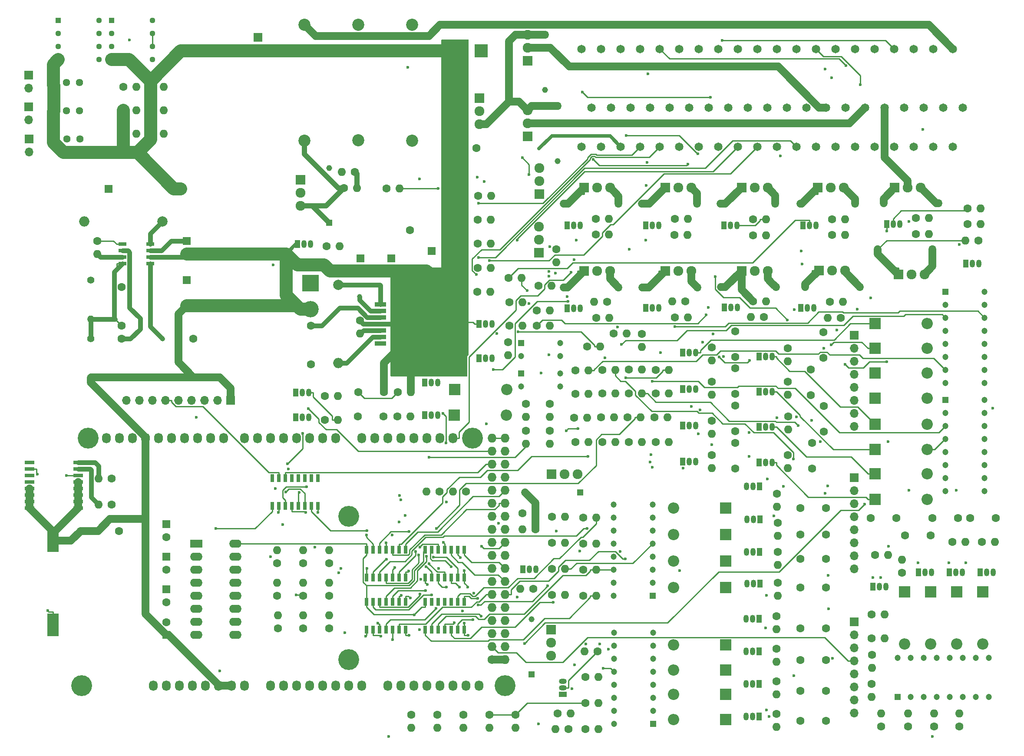
<source format=gbr>
G04 #@! TF.GenerationSoftware,KiCad,Pcbnew,(6.0.0)*
G04 #@! TF.CreationDate,2022-05-11T19:18:29-07:00*
G04 #@! TF.ProjectId,CampKeen,43616d70-4b65-4656-9e2e-6b696361645f,rev?*
G04 #@! TF.SameCoordinates,Original*
G04 #@! TF.FileFunction,Copper,L1,Top*
G04 #@! TF.FilePolarity,Positive*
%FSLAX46Y46*%
G04 Gerber Fmt 4.6, Leading zero omitted, Abs format (unit mm)*
G04 Created by KiCad (PCBNEW (6.0.0)) date 2022-05-11 19:18:29*
%MOMM*%
%LPD*%
G01*
G04 APERTURE LIST*
G04 #@! TA.AperFunction,ComponentPad*
%ADD10C,1.727200*%
G04 #@! TD*
G04 #@! TA.AperFunction,ComponentPad*
%ADD11O,1.727200X1.727200*%
G04 #@! TD*
G04 #@! TA.AperFunction,ComponentPad*
%ADD12O,1.727200X2.032000*%
G04 #@! TD*
G04 #@! TA.AperFunction,ComponentPad*
%ADD13C,4.064000*%
G04 #@! TD*
G04 #@! TA.AperFunction,ComponentPad*
%ADD14C,1.600000*%
G04 #@! TD*
G04 #@! TA.AperFunction,ComponentPad*
%ADD15R,1.600000X1.600000*%
G04 #@! TD*
G04 #@! TA.AperFunction,SMDPad,CuDef*
%ADD16R,1.925000X0.650000*%
G04 #@! TD*
G04 #@! TA.AperFunction,ComponentPad*
%ADD17R,2.600000X2.600000*%
G04 #@! TD*
G04 #@! TA.AperFunction,ComponentPad*
%ADD18C,2.600000*%
G04 #@! TD*
G04 #@! TA.AperFunction,ComponentPad*
%ADD19C,1.650000*%
G04 #@! TD*
G04 #@! TA.AperFunction,ComponentPad*
%ADD20R,1.700000X1.700000*%
G04 #@! TD*
G04 #@! TA.AperFunction,ComponentPad*
%ADD21O,1.700000X1.700000*%
G04 #@! TD*
G04 #@! TA.AperFunction,ComponentPad*
%ADD22C,2.000000*%
G04 #@! TD*
G04 #@! TA.AperFunction,ComponentPad*
%ADD23O,2.000000X2.000000*%
G04 #@! TD*
G04 #@! TA.AperFunction,ComponentPad*
%ADD24O,1.600000X1.600000*%
G04 #@! TD*
G04 #@! TA.AperFunction,ComponentPad*
%ADD25C,2.360000*%
G04 #@! TD*
G04 #@! TA.AperFunction,SMDPad,CuDef*
%ADD26R,2.300000X4.500000*%
G04 #@! TD*
G04 #@! TA.AperFunction,ComponentPad*
%ADD27R,2.400000X1.600000*%
G04 #@! TD*
G04 #@! TA.AperFunction,ComponentPad*
%ADD28O,2.400000X1.600000*%
G04 #@! TD*
G04 #@! TA.AperFunction,ComponentPad*
%ADD29R,1.575000X1.575000*%
G04 #@! TD*
G04 #@! TA.AperFunction,ComponentPad*
%ADD30C,1.575000*%
G04 #@! TD*
G04 #@! TA.AperFunction,SMDPad,CuDef*
%ADD31R,1.528000X0.650000*%
G04 #@! TD*
G04 #@! TA.AperFunction,SMDPad,CuDef*
%ADD32R,2.160000X0.910000*%
G04 #@! TD*
G04 #@! TA.AperFunction,SMDPad,CuDef*
%ADD33R,10.410000X10.800001*%
G04 #@! TD*
G04 #@! TA.AperFunction,ComponentPad*
%ADD34C,1.400000*%
G04 #@! TD*
G04 #@! TA.AperFunction,ComponentPad*
%ADD35O,1.400000X1.400000*%
G04 #@! TD*
G04 #@! TA.AperFunction,ComponentPad*
%ADD36R,3.200000X3.200000*%
G04 #@! TD*
G04 #@! TA.AperFunction,ComponentPad*
%ADD37O,3.200000X3.200000*%
G04 #@! TD*
G04 #@! TA.AperFunction,ComponentPad*
%ADD38R,1.920000X1.920000*%
G04 #@! TD*
G04 #@! TA.AperFunction,ComponentPad*
%ADD39C,1.920000*%
G04 #@! TD*
G04 #@! TA.AperFunction,SMDPad,CuDef*
%ADD40R,0.650000X1.525000*%
G04 #@! TD*
G04 #@! TA.AperFunction,ComponentPad*
%ADD41R,2.200000X2.200000*%
G04 #@! TD*
G04 #@! TA.AperFunction,ComponentPad*
%ADD42O,2.200000X2.200000*%
G04 #@! TD*
G04 #@! TA.AperFunction,ComponentPad*
%ADD43R,1.130000X1.130000*%
G04 #@! TD*
G04 #@! TA.AperFunction,ComponentPad*
%ADD44C,1.130000*%
G04 #@! TD*
G04 #@! TA.AperFunction,ComponentPad*
%ADD45R,1.200000X1.200000*%
G04 #@! TD*
G04 #@! TA.AperFunction,ComponentPad*
%ADD46C,1.200000*%
G04 #@! TD*
G04 #@! TA.AperFunction,ComponentPad*
%ADD47R,1.500000X1.050000*%
G04 #@! TD*
G04 #@! TA.AperFunction,ComponentPad*
%ADD48O,1.500000X1.050000*%
G04 #@! TD*
G04 #@! TA.AperFunction,ComponentPad*
%ADD49R,1.050000X1.500000*%
G04 #@! TD*
G04 #@! TA.AperFunction,ComponentPad*
%ADD50O,1.050000X1.500000*%
G04 #@! TD*
G04 #@! TA.AperFunction,ComponentPad*
%ADD51C,1.440000*%
G04 #@! TD*
G04 #@! TA.AperFunction,ComponentPad*
%ADD52R,1.150000X1.150000*%
G04 #@! TD*
G04 #@! TA.AperFunction,ComponentPad*
%ADD53C,1.150000*%
G04 #@! TD*
G04 #@! TA.AperFunction,ViaPad*
%ADD54C,0.600000*%
G04 #@! TD*
G04 #@! TA.AperFunction,ViaPad*
%ADD55C,1.000000*%
G04 #@! TD*
G04 #@! TA.AperFunction,Conductor*
%ADD56C,1.524000*%
G04 #@! TD*
G04 #@! TA.AperFunction,Conductor*
%ADD57C,2.540000*%
G04 #@! TD*
G04 #@! TA.AperFunction,Conductor*
%ADD58C,0.250000*%
G04 #@! TD*
G04 #@! TA.AperFunction,Conductor*
%ADD59C,0.889000*%
G04 #@! TD*
G04 #@! TA.AperFunction,Conductor*
%ADD60C,0.635000*%
G04 #@! TD*
G04 #@! TA.AperFunction,Conductor*
%ADD61C,1.016000*%
G04 #@! TD*
G04 APERTURE END LIST*
D10*
X195153000Y-219416000D03*
D11*
X197693000Y-219416000D03*
X195153000Y-216876000D03*
X197693000Y-216876000D03*
X195153000Y-214336000D03*
X197693000Y-214336000D03*
X195153000Y-211796000D03*
X197693000Y-211796000D03*
X195153000Y-209256000D03*
X197693000Y-209256000D03*
X195153000Y-206716000D03*
X197693000Y-206716000D03*
X195153000Y-204176000D03*
X197693000Y-204176000D03*
X195153000Y-201636000D03*
X197693000Y-201636000D03*
X195153000Y-199096000D03*
X197693000Y-199096000D03*
X195153000Y-196556000D03*
X197693000Y-196556000D03*
X195153000Y-194016000D03*
X197693000Y-194016000D03*
X195153000Y-191476000D03*
X197693000Y-191476000D03*
X195153000Y-188936000D03*
X197693000Y-188936000D03*
X195153000Y-186396000D03*
X197693000Y-186396000D03*
X195153000Y-183856000D03*
X197693000Y-183856000D03*
X195153000Y-181316000D03*
X197693000Y-181316000D03*
X195153000Y-178776000D03*
X197693000Y-178776000D03*
X195153000Y-176236000D03*
X197693000Y-176236000D03*
D12*
X129113000Y-224496000D03*
X131653000Y-224496000D03*
X134193000Y-224496000D03*
X136733000Y-224496000D03*
X139273000Y-224496000D03*
X141813000Y-224496000D03*
X144353000Y-224496000D03*
X146893000Y-224496000D03*
X151973000Y-224496000D03*
X154513000Y-224496000D03*
X157053000Y-224496000D03*
X159593000Y-224496000D03*
X162133000Y-224496000D03*
X164673000Y-224496000D03*
X167213000Y-224496000D03*
X169753000Y-224496000D03*
X174833000Y-224496000D03*
X177373000Y-224496000D03*
X179913000Y-224496000D03*
X182453000Y-224496000D03*
X184993000Y-224496000D03*
X187533000Y-224496000D03*
X190073000Y-224496000D03*
X192613000Y-224496000D03*
X119969000Y-176236000D03*
X122509000Y-176236000D03*
X125049000Y-176236000D03*
X127589000Y-176236000D03*
X130129000Y-176236000D03*
X132669000Y-176236000D03*
X135209000Y-176236000D03*
X137749000Y-176236000D03*
X140289000Y-176236000D03*
X142829000Y-176236000D03*
X146893000Y-176236000D03*
X149433000Y-176236000D03*
X151973000Y-176236000D03*
X154513000Y-176236000D03*
X157053000Y-176236000D03*
X159593000Y-176236000D03*
X162133000Y-176236000D03*
X164673000Y-176236000D03*
X169753000Y-176236000D03*
X172293000Y-176236000D03*
X174833000Y-176236000D03*
X177373000Y-176236000D03*
X179913000Y-176236000D03*
X182453000Y-176236000D03*
X184993000Y-176236000D03*
X187533000Y-176236000D03*
D13*
X115143000Y-224496000D03*
X167213000Y-219416000D03*
X197693000Y-224496000D03*
X116413000Y-176236000D03*
X167213000Y-191476000D03*
X191343000Y-176236000D03*
D14*
X179170000Y-135640400D03*
X186670000Y-135640400D03*
X159861000Y-154329000D03*
X159861000Y-161829000D03*
D15*
X169486900Y-141164800D03*
D14*
X169486900Y-143664800D03*
D15*
X183409200Y-139716700D03*
D14*
X183409200Y-144716700D03*
X122428000Y-194310000D03*
X114928000Y-194310000D03*
D15*
X131653000Y-199350000D03*
D14*
X131653000Y-201850000D03*
D15*
X131653000Y-214590000D03*
D14*
X131653000Y-212090000D03*
D15*
X131653000Y-205700000D03*
D14*
X131653000Y-208200000D03*
D15*
X131653000Y-193000000D03*
D14*
X131653000Y-195500000D03*
D16*
X105016000Y-180975000D03*
X105016000Y-182245000D03*
X105016000Y-183515000D03*
X105016000Y-184785000D03*
X105016000Y-186055000D03*
X105016000Y-187325000D03*
X105016000Y-188595000D03*
X105016000Y-189865000D03*
X114440000Y-189865000D03*
X114440000Y-188595000D03*
X114440000Y-187325000D03*
X114440000Y-186055000D03*
X114440000Y-184785000D03*
X114440000Y-183515000D03*
X114440000Y-182245000D03*
X114440000Y-180975000D03*
D17*
X193026000Y-100701500D03*
D18*
X187946000Y-100701500D03*
D19*
X224028000Y-119380000D03*
X225928000Y-111760000D03*
X224028000Y-100330000D03*
X220218000Y-119380000D03*
X222118000Y-111760000D03*
X220218000Y-100330000D03*
X216408000Y-119380000D03*
X218308000Y-111760000D03*
X216408000Y-100330000D03*
X212598000Y-119380000D03*
X214498000Y-111760000D03*
X212598000Y-100330000D03*
X269748000Y-119380000D03*
X271648000Y-111760000D03*
X269748000Y-100330000D03*
X265938000Y-119380000D03*
X267838000Y-111760000D03*
X265938000Y-100330000D03*
X262128000Y-119380000D03*
X264028000Y-111760000D03*
X262128000Y-100330000D03*
X258318000Y-119380000D03*
X260218000Y-111760000D03*
X258318000Y-100330000D03*
X239268000Y-119380000D03*
X241168000Y-111760000D03*
X239268000Y-100330000D03*
X235458000Y-119380000D03*
X237358000Y-111760000D03*
X235458000Y-100330000D03*
X231648000Y-119380000D03*
X233548000Y-111760000D03*
X231648000Y-100330000D03*
X227838000Y-119380000D03*
X229738000Y-111760000D03*
X227838000Y-100330000D03*
D20*
X265765000Y-156170000D03*
D21*
X265765000Y-158710000D03*
X265765000Y-161250000D03*
X265765000Y-163790000D03*
X265765000Y-166330000D03*
X265765000Y-168870000D03*
X265765000Y-171410000D03*
X265765000Y-173950000D03*
D20*
X265765000Y-212050000D03*
D21*
X265765000Y-214590000D03*
X265765000Y-217130000D03*
X265765000Y-219670000D03*
X265765000Y-222210000D03*
X265765000Y-224750000D03*
X265765000Y-227290000D03*
X265765000Y-229830000D03*
D20*
X265765000Y-183905000D03*
D21*
X265765000Y-186445000D03*
X265765000Y-188985000D03*
X265765000Y-191525000D03*
X265765000Y-194065000D03*
X265765000Y-196605000D03*
X265765000Y-199145000D03*
X265765000Y-201685000D03*
D22*
X165185800Y-146307300D03*
D23*
X165185800Y-161547300D03*
D14*
X169404200Y-153310400D03*
D24*
X169404200Y-155850400D03*
D14*
X120985000Y-184110000D03*
D24*
X118445000Y-184110000D03*
D14*
X120985000Y-189190000D03*
D24*
X118445000Y-189190000D03*
D25*
X179552400Y-95581200D03*
X179552400Y-118181200D03*
D26*
X109555000Y-212630000D03*
X109555000Y-196230000D03*
D27*
X137495000Y-196810000D03*
D28*
X137495000Y-199350000D03*
X137495000Y-201890000D03*
X137495000Y-204430000D03*
X137495000Y-206970000D03*
X137495000Y-209510000D03*
X137495000Y-212050000D03*
X137495000Y-214590000D03*
X145115000Y-214590000D03*
X145115000Y-212050000D03*
X145115000Y-209510000D03*
X145115000Y-206970000D03*
X145115000Y-204430000D03*
X145115000Y-201890000D03*
X145115000Y-199350000D03*
X145115000Y-196810000D03*
D19*
X254508000Y-119380000D03*
X256408000Y-111760000D03*
X254508000Y-100330000D03*
X250698000Y-119380000D03*
X252598000Y-111760000D03*
X250698000Y-100330000D03*
X246888000Y-119380000D03*
X248788000Y-111760000D03*
X246888000Y-100330000D03*
X243078000Y-119380000D03*
X244978000Y-111760000D03*
X243078000Y-100330000D03*
D14*
X122915000Y-156840200D03*
X122915000Y-164340200D03*
X122915000Y-154260200D03*
X122915000Y-146760200D03*
X136885000Y-156840200D03*
X136885000Y-164340200D03*
D15*
X135615000Y-137790200D03*
D14*
X135615000Y-140290200D03*
D15*
X135615000Y-145410200D03*
D14*
X135615000Y-150410200D03*
D15*
X175473500Y-141164800D03*
D14*
X175473500Y-143664800D03*
D29*
X120375000Y-127630200D03*
D30*
X134475000Y-127630200D03*
D31*
X123079000Y-138385200D03*
X123079000Y-139655200D03*
X123079000Y-140925200D03*
X123079000Y-142195200D03*
X128501000Y-142195200D03*
X128501000Y-140925200D03*
X128501000Y-139655200D03*
X128501000Y-138385200D03*
D32*
X173410800Y-150104100D03*
X173410800Y-151374100D03*
X173410800Y-152644100D03*
X173410800Y-153914100D03*
X173410800Y-155184100D03*
X173410800Y-156454100D03*
X173410800Y-157724100D03*
D33*
X181730800Y-153914100D03*
D22*
X130870000Y-133940200D03*
D23*
X115630000Y-133940200D03*
D14*
X118170000Y-137750200D03*
D24*
X118170000Y-140290200D03*
D34*
X116900000Y-156800200D03*
D35*
X116900000Y-164420200D03*
D34*
X116900000Y-145370200D03*
D35*
X116900000Y-152990200D03*
D36*
X159766200Y-146010200D03*
D37*
X159766200Y-151090200D03*
D38*
X192676000Y-109894400D03*
D39*
X192676000Y-112434400D03*
X192676000Y-114974400D03*
D14*
X192065700Y-119630700D03*
D24*
X189525700Y-119630700D03*
D40*
X152273000Y-189402000D03*
X153543000Y-189402000D03*
X154813000Y-189402000D03*
X156083000Y-189402000D03*
X157353000Y-189402000D03*
X158623000Y-189402000D03*
X159893000Y-189402000D03*
X161163000Y-189402000D03*
X161163000Y-183978000D03*
X159893000Y-183978000D03*
X158623000Y-183978000D03*
X157353000Y-183978000D03*
X156083000Y-183978000D03*
X154813000Y-183978000D03*
X153543000Y-183978000D03*
X152273000Y-183978000D03*
D20*
X144205000Y-168865200D03*
D21*
X141665000Y-168865200D03*
X139125000Y-168865200D03*
X136585000Y-168865200D03*
X134045000Y-168865200D03*
X131505000Y-168865200D03*
X128965000Y-168865200D03*
X126425000Y-168865200D03*
X123885000Y-168865200D03*
D19*
X284988000Y-119380000D03*
X286888000Y-111760000D03*
X284988000Y-100330000D03*
X281178000Y-119380000D03*
X283078000Y-111760000D03*
X281178000Y-100330000D03*
X277368000Y-119380000D03*
X279268000Y-111760000D03*
X277368000Y-100330000D03*
X273558000Y-119380000D03*
X275458000Y-111760000D03*
X273558000Y-100330000D03*
D25*
X169058859Y-95576059D03*
X169058859Y-118176059D03*
D14*
X255238900Y-231305000D03*
X260238900Y-231305000D03*
X255238900Y-225480400D03*
X260238900Y-225480400D03*
X255238900Y-219496300D03*
X260238900Y-219496300D03*
X255238900Y-213272800D03*
X260238900Y-213272800D03*
X255238900Y-205334400D03*
X260238900Y-205334400D03*
X255238900Y-199749200D03*
X260238900Y-199749200D03*
X255238900Y-189855400D03*
X260238900Y-189855400D03*
X255238900Y-195015000D03*
X260238900Y-195015000D03*
X268936700Y-191762600D03*
X273936700Y-191762600D03*
X288350700Y-191823900D03*
X293350700Y-191823900D03*
X275641600Y-195151700D03*
X280641600Y-195151700D03*
X280994500Y-191807700D03*
X285994500Y-191807700D03*
X259789000Y-155594600D03*
X259789000Y-160594600D03*
X257329700Y-162812500D03*
X257329700Y-167812500D03*
X259811300Y-169981400D03*
X259811300Y-174981400D03*
X257571100Y-177164100D03*
X257571100Y-182164100D03*
X242546100Y-155355000D03*
X242546100Y-160355000D03*
X242546100Y-162619600D03*
X242546100Y-167619600D03*
X169105700Y-167258900D03*
X174105700Y-167258900D03*
X169009800Y-172008200D03*
X174009800Y-172008200D03*
X242546100Y-169884100D03*
X242546100Y-174884100D03*
X242561800Y-177164100D03*
X242561800Y-182164100D03*
D41*
X240680900Y-231125800D03*
D42*
X230520900Y-231125800D03*
D41*
X269853100Y-173532700D03*
D42*
X280013100Y-173532700D03*
D41*
X240680900Y-226209700D03*
D42*
X230520900Y-226209700D03*
D41*
X240680900Y-216544100D03*
D42*
X230520900Y-216544100D03*
D41*
X240680900Y-221420000D03*
D42*
X230520900Y-221420000D03*
D41*
X240680900Y-205352800D03*
D42*
X230520900Y-205352800D03*
D41*
X240680900Y-195033400D03*
D42*
X230520900Y-195033400D03*
D41*
X240680900Y-200139900D03*
D42*
X230520900Y-200139900D03*
D41*
X240680900Y-189820600D03*
D42*
X230520900Y-189820600D03*
D41*
X275620200Y-206197400D03*
D42*
X275620200Y-216357400D03*
D41*
X280700200Y-206197400D03*
D42*
X280700200Y-216357400D03*
D41*
X285780200Y-206197400D03*
D42*
X285780200Y-216357400D03*
D41*
X290860200Y-206197400D03*
D42*
X290860200Y-216357400D03*
D41*
X269853100Y-178457200D03*
D42*
X280013100Y-178457200D03*
D41*
X269853100Y-183182700D03*
D42*
X280013100Y-183182700D03*
D41*
X269853100Y-188119400D03*
D42*
X280013100Y-188119400D03*
D41*
X187844900Y-166746900D03*
D42*
X198004900Y-166746900D03*
D41*
X187773600Y-171742900D03*
D42*
X197933600Y-171742900D03*
D41*
X269853100Y-153902800D03*
D42*
X280013100Y-153902800D03*
D41*
X269853100Y-158714300D03*
D42*
X280013100Y-158714300D03*
D41*
X269853100Y-163542200D03*
D42*
X280013100Y-163542200D03*
D41*
X269853100Y-168457600D03*
D42*
X280013100Y-168457600D03*
D43*
X121009000Y-94810400D03*
D44*
X121009000Y-97350400D03*
X121009000Y-99890400D03*
X121009000Y-102430400D03*
X128949000Y-102430400D03*
X128949000Y-99890400D03*
X128949000Y-97350400D03*
X128949000Y-94810400D03*
D43*
X110543800Y-94810400D03*
D44*
X110543800Y-97350400D03*
X110543800Y-99890400D03*
X110543800Y-102430400D03*
X118483800Y-102430400D03*
X118483800Y-99890400D03*
X118483800Y-97350400D03*
X118483800Y-94810400D03*
D40*
X182118000Y-203372000D03*
X183388000Y-203372000D03*
X184658000Y-203372000D03*
X185928000Y-203372000D03*
X187198000Y-203372000D03*
X188468000Y-203372000D03*
X189738000Y-203372000D03*
X189738000Y-197948000D03*
X188468000Y-197948000D03*
X187198000Y-197948000D03*
X185928000Y-197948000D03*
X184658000Y-197948000D03*
X183388000Y-197948000D03*
X182118000Y-197948000D03*
X170688000Y-203372000D03*
X171958000Y-203372000D03*
X173228000Y-203372000D03*
X174498000Y-203372000D03*
X175768000Y-203372000D03*
X177038000Y-203372000D03*
X178308000Y-203372000D03*
X178308000Y-197948000D03*
X177038000Y-197948000D03*
X175768000Y-197948000D03*
X174498000Y-197948000D03*
X173228000Y-197948000D03*
X171958000Y-197948000D03*
X170688000Y-197948000D03*
X170688000Y-213532000D03*
X171958000Y-213532000D03*
X173228000Y-213532000D03*
X174498000Y-213532000D03*
X175768000Y-213532000D03*
X177038000Y-213532000D03*
X178308000Y-213532000D03*
X178308000Y-208108000D03*
X177038000Y-208108000D03*
X175768000Y-208108000D03*
X174498000Y-208108000D03*
X173228000Y-208108000D03*
X171958000Y-208108000D03*
X170688000Y-208108000D03*
X182118000Y-213532000D03*
X183388000Y-213532000D03*
X184658000Y-213532000D03*
X185928000Y-213532000D03*
X187198000Y-213532000D03*
X188468000Y-213532000D03*
X189738000Y-213532000D03*
X189738000Y-208108000D03*
X188468000Y-208108000D03*
X187198000Y-208108000D03*
X185928000Y-208108000D03*
X184658000Y-208108000D03*
X183388000Y-208108000D03*
X182118000Y-208108000D03*
D45*
X200847400Y-157646900D03*
D46*
X200847400Y-160186900D03*
X208467400Y-160186900D03*
X208467400Y-157646900D03*
D45*
X200847400Y-163566100D03*
D46*
X200847400Y-166106100D03*
X208467400Y-166106100D03*
X208467400Y-163566100D03*
D20*
X104852500Y-117867000D03*
D21*
X104852500Y-120407000D03*
D20*
X104824700Y-111614900D03*
D21*
X104824700Y-114154900D03*
D20*
X104834900Y-105453700D03*
D21*
X104834900Y-107993700D03*
D25*
X158575900Y-118181200D03*
X158575900Y-95581200D03*
D47*
X208984900Y-226137200D03*
D48*
X208984900Y-224867200D03*
X208984900Y-223597200D03*
D38*
X206626700Y-213539500D03*
D39*
X206626700Y-216079500D03*
X206626700Y-218619500D03*
D49*
X247233200Y-230485000D03*
D50*
X245963200Y-230485000D03*
X244693200Y-230485000D03*
D49*
X247233200Y-224135000D03*
D50*
X245963200Y-224135000D03*
X244693200Y-224135000D03*
D49*
X247233200Y-217785000D03*
D50*
X245963200Y-217785000D03*
X244693200Y-217785000D03*
D49*
X247233200Y-211435000D03*
D50*
X245963200Y-211435000D03*
X244693200Y-211435000D03*
D49*
X157200500Y-138410300D03*
D50*
X158470500Y-138410300D03*
X159740500Y-138410300D03*
D38*
X157799800Y-125864700D03*
D39*
X157799800Y-128404700D03*
X157799800Y-130944700D03*
D49*
X201124800Y-201797100D03*
D50*
X202394800Y-201797100D03*
X203664800Y-201797100D03*
D38*
X206736600Y-183286100D03*
D39*
X209276600Y-183286100D03*
X211816600Y-183286100D03*
D49*
X247395700Y-204619600D03*
D50*
X246125700Y-204619600D03*
X244855700Y-204619600D03*
D49*
X247306600Y-198366100D03*
D50*
X246036600Y-198366100D03*
X244766600Y-198366100D03*
D49*
X247313200Y-185653200D03*
D50*
X246043200Y-185653200D03*
X244773200Y-185653200D03*
D49*
X247366400Y-192036300D03*
D50*
X246096400Y-192036300D03*
X244826400Y-192036300D03*
D49*
X269388700Y-205133500D03*
D50*
X270658700Y-205133500D03*
X271928700Y-205133500D03*
D49*
X290287600Y-202401200D03*
D50*
X291557600Y-202401200D03*
X292827600Y-202401200D03*
D49*
X278306800Y-202401200D03*
D50*
X279576800Y-202401200D03*
X280846800Y-202401200D03*
D49*
X284297200Y-202401200D03*
D50*
X285567200Y-202401200D03*
X286837200Y-202401200D03*
D49*
X247184700Y-160263300D03*
D50*
X248454700Y-160263300D03*
X249724700Y-160263300D03*
D49*
X247184700Y-167157700D03*
D50*
X248454700Y-167157700D03*
X249724700Y-167157700D03*
D49*
X247184700Y-174052000D03*
D50*
X248454700Y-174052000D03*
X249724700Y-174052000D03*
D49*
X247184700Y-180946400D03*
D50*
X248454700Y-180946400D03*
X249724700Y-180946400D03*
D49*
X232355400Y-159553300D03*
D50*
X233625400Y-159553300D03*
X234895400Y-159553300D03*
D49*
X232355400Y-166644300D03*
D50*
X233625400Y-166644300D03*
X234895400Y-166644300D03*
D49*
X182001000Y-165390600D03*
D50*
X183271000Y-165390600D03*
X184541000Y-165390600D03*
D49*
X182001000Y-171723000D03*
D50*
X183271000Y-171723000D03*
X184541000Y-171723000D03*
D49*
X232355400Y-173735300D03*
D50*
X233625400Y-173735300D03*
X234895400Y-173735300D03*
D49*
X232355400Y-180826300D03*
D50*
X233625400Y-180826300D03*
X234895400Y-180826300D03*
D49*
X209768900Y-134734400D03*
D50*
X211038900Y-134734400D03*
X212308900Y-134734400D03*
D49*
X225114700Y-150857700D03*
D50*
X226384700Y-150857700D03*
X227654700Y-150857700D03*
D38*
X213088400Y-127384000D03*
D39*
X215628400Y-127384000D03*
X218168400Y-127384000D03*
D38*
X228953000Y-143602200D03*
D39*
X231493000Y-143602200D03*
X234033000Y-143602200D03*
D49*
X209810700Y-150902700D03*
D50*
X211080700Y-150902700D03*
X212350700Y-150902700D03*
D38*
X213088400Y-143602200D03*
D39*
X215628400Y-143602200D03*
X218168400Y-143602200D03*
D49*
X225107000Y-134714600D03*
D50*
X226377000Y-134714600D03*
X227647000Y-134714600D03*
D38*
X228953000Y-127384000D03*
D39*
X231493000Y-127384000D03*
X234033000Y-127384000D03*
D49*
X240351700Y-134768200D03*
D50*
X241621700Y-134768200D03*
X242891700Y-134768200D03*
D38*
X243794000Y-127384000D03*
D39*
X246334000Y-127384000D03*
X248874000Y-127384000D03*
D49*
X287479500Y-142206100D03*
D50*
X288749500Y-142206100D03*
X290019500Y-142206100D03*
D38*
X274354900Y-144311500D03*
D39*
X276894900Y-144311500D03*
X279434900Y-144311500D03*
D49*
X272112700Y-134507000D03*
D50*
X273382700Y-134507000D03*
X274652700Y-134507000D03*
D49*
X255369800Y-150820800D03*
D50*
X256639800Y-150820800D03*
X257909800Y-150820800D03*
D38*
X273644600Y-127384000D03*
D39*
X276184600Y-127384000D03*
X278724600Y-127384000D03*
D38*
X258866800Y-143498500D03*
D39*
X261406800Y-143498500D03*
X263946800Y-143498500D03*
D49*
X156888000Y-167302200D03*
D50*
X158158000Y-167302200D03*
X159428000Y-167302200D03*
D38*
X202090500Y-117335600D03*
D39*
X202090500Y-114795600D03*
X202090500Y-112255600D03*
D49*
X255804100Y-134768200D03*
D50*
X257074100Y-134768200D03*
X258344100Y-134768200D03*
D38*
X258650200Y-127384000D03*
D39*
X261190200Y-127384000D03*
X263730200Y-127384000D03*
D49*
X192629500Y-160651900D03*
D50*
X193899500Y-160651900D03*
X195169500Y-160651900D03*
D38*
X202090500Y-102629000D03*
D39*
X202090500Y-100089000D03*
X202090500Y-97549000D03*
D49*
X240412800Y-150774300D03*
D50*
X241682800Y-150774300D03*
X242952800Y-150774300D03*
D38*
X243794000Y-143602200D03*
D39*
X246334000Y-143602200D03*
X248874000Y-143602200D03*
D49*
X156888000Y-172151300D03*
D50*
X158158000Y-172151300D03*
X159428000Y-172151300D03*
D38*
X204402600Y-128661100D03*
D39*
X204402600Y-126121100D03*
X204402600Y-123581100D03*
D49*
X192629500Y-153972200D03*
D50*
X193899500Y-153972200D03*
X195169500Y-153972200D03*
D38*
X204297600Y-140048200D03*
D39*
X204297600Y-137508200D03*
X204297600Y-134968200D03*
D45*
X226547900Y-231942300D03*
D46*
X226547900Y-229402300D03*
X226547900Y-226862300D03*
X226547900Y-224322300D03*
X226547900Y-221782300D03*
X226547900Y-219242300D03*
X226547900Y-216702300D03*
X226547900Y-214162300D03*
X218927900Y-214162300D03*
X218927900Y-216702300D03*
X218927900Y-219242300D03*
X218927900Y-221782300D03*
X218927900Y-224322300D03*
X218927900Y-226862300D03*
X218927900Y-229402300D03*
X218927900Y-231942300D03*
D45*
X226451200Y-206913800D03*
D46*
X226451200Y-204373800D03*
X226451200Y-201833800D03*
X226451200Y-199293800D03*
X226451200Y-196753800D03*
X226451200Y-194213800D03*
X226451200Y-191673800D03*
X226451200Y-189133800D03*
X218831200Y-189133800D03*
X218831200Y-191673800D03*
X218831200Y-194213800D03*
X218831200Y-196753800D03*
X218831200Y-199293800D03*
X218831200Y-201833800D03*
X218831200Y-204373800D03*
X218831200Y-206913800D03*
D45*
X274227500Y-226685600D03*
D46*
X276767500Y-226685600D03*
X279307500Y-226685600D03*
X281847500Y-226685600D03*
X284387500Y-226685600D03*
X286927500Y-226685600D03*
X289467500Y-226685600D03*
X292007500Y-226685600D03*
X292007500Y-219065600D03*
X289467500Y-219065600D03*
X286927500Y-219065600D03*
X284387500Y-219065600D03*
X281847500Y-219065600D03*
X279307500Y-219065600D03*
X276767500Y-219065600D03*
X274227500Y-219065600D03*
D45*
X283566300Y-168792100D03*
D46*
X283566300Y-171332100D03*
X283566300Y-173872100D03*
X283566300Y-176412100D03*
X283566300Y-178952100D03*
X283566300Y-181492100D03*
X283566300Y-184032100D03*
X283566300Y-186572100D03*
X291186300Y-186572100D03*
X291186300Y-184032100D03*
X291186300Y-181492100D03*
X291186300Y-178952100D03*
X291186300Y-176412100D03*
X291186300Y-173872100D03*
X291186300Y-171332100D03*
X291186300Y-168792100D03*
D45*
X283566300Y-147678000D03*
D46*
X283566300Y-150218000D03*
X283566300Y-152758000D03*
X283566300Y-155298000D03*
X283566300Y-157838000D03*
X283566300Y-160378000D03*
X283566300Y-162918000D03*
X283566300Y-165458000D03*
X291186300Y-165458000D03*
X291186300Y-162918000D03*
X291186300Y-160378000D03*
X291186300Y-157838000D03*
X291186300Y-155298000D03*
X291186300Y-152758000D03*
X291186300Y-150218000D03*
X291186300Y-147678000D03*
D14*
X123288700Y-107720500D03*
D24*
X125828700Y-107720500D03*
D14*
X123288700Y-112270100D03*
D24*
X125828700Y-112270100D03*
D14*
X128563900Y-116879300D03*
D24*
X131103900Y-116879300D03*
D14*
X128563900Y-107720500D03*
D24*
X131103900Y-107720500D03*
D14*
X128563900Y-112270100D03*
D24*
X131103900Y-112270100D03*
D14*
X123288700Y-116879300D03*
D24*
X125828700Y-116879300D03*
D14*
X271048000Y-232475500D03*
D24*
X271048000Y-229935500D03*
D14*
X215722800Y-217785100D03*
D24*
X213182800Y-217785100D03*
D14*
X210021300Y-232987200D03*
D24*
X207481300Y-232987200D03*
D14*
X207959300Y-229910900D03*
D24*
X210499300Y-229910900D03*
D14*
X250595300Y-229984200D03*
D24*
X250595300Y-232524200D03*
D14*
X250595300Y-223634200D03*
D24*
X250595300Y-226174200D03*
D14*
X213357200Y-232952800D03*
D24*
X215897200Y-232952800D03*
D14*
X213357200Y-227872800D03*
D24*
X215897200Y-227872800D03*
D14*
X250595300Y-217284200D03*
D24*
X250595300Y-219824200D03*
D14*
X250595300Y-210934200D03*
D24*
X250595300Y-213474200D03*
D14*
X194645900Y-230131700D03*
D24*
X194645900Y-232671700D03*
D14*
X199725900Y-230131700D03*
D24*
X199725900Y-232671700D03*
D14*
X153243000Y-200620000D03*
D24*
X153243000Y-198080000D03*
D14*
X158323000Y-200620000D03*
D24*
X158323000Y-198080000D03*
D14*
X163403000Y-200620000D03*
D24*
X163403000Y-198080000D03*
D14*
X153243000Y-206970000D03*
D24*
X153243000Y-204430000D03*
D14*
X158323000Y-206970000D03*
D24*
X158323000Y-204430000D03*
D14*
X163403000Y-206970000D03*
D24*
X163403000Y-204430000D03*
D14*
X153428000Y-213320000D03*
D24*
X153428000Y-210780000D03*
D14*
X158323000Y-213320000D03*
D24*
X158323000Y-210780000D03*
D14*
X163403000Y-213320000D03*
D24*
X163403000Y-210780000D03*
D14*
X162873400Y-138774700D03*
D24*
X165413400Y-138774700D03*
D14*
X166282200Y-127450500D03*
D24*
X168822200Y-127450500D03*
D14*
X168428300Y-124281900D03*
D24*
X165888300Y-124281900D03*
D14*
X184903700Y-186662400D03*
D24*
X182363700Y-186662400D03*
D14*
X190073000Y-186650000D03*
D24*
X187533000Y-186650000D03*
D14*
X203199300Y-205626900D03*
D24*
X200659300Y-205626900D03*
D14*
X201111600Y-190892600D03*
D24*
X203651600Y-190892600D03*
D14*
X203611700Y-194031000D03*
D24*
X201071700Y-194031000D03*
D14*
X250823900Y-204430100D03*
D24*
X250823900Y-206970100D03*
D14*
X250823900Y-198419300D03*
D24*
X250823900Y-200959300D03*
D14*
X206843000Y-206790000D03*
D24*
X209383000Y-206790000D03*
D14*
X206843000Y-191550000D03*
D24*
X209383000Y-191550000D03*
D14*
X250664400Y-187089400D03*
D24*
X250664400Y-189629400D03*
D14*
X250823900Y-192727800D03*
D24*
X250823900Y-195267800D03*
D14*
X206843000Y-201710000D03*
D24*
X209383000Y-201710000D03*
D14*
X206843000Y-196630000D03*
D24*
X209383000Y-196630000D03*
D14*
X269782700Y-199026400D03*
D24*
X272322700Y-199026400D03*
D14*
X290659700Y-196482800D03*
D24*
X293199700Y-196482800D03*
D14*
X269111100Y-210560100D03*
D24*
X271651100Y-210560100D03*
D14*
X269182100Y-224124200D03*
D24*
X269182100Y-226664200D03*
D14*
X275030700Y-202454300D03*
D24*
X275030700Y-199914300D03*
D14*
X284856100Y-196482800D03*
D24*
X287396100Y-196482800D03*
D14*
X269242100Y-218480700D03*
D24*
X269242100Y-221020700D03*
D14*
X269111100Y-215283000D03*
D24*
X271651100Y-215283000D03*
D14*
X252820200Y-158656600D03*
D24*
X252820200Y-161196600D03*
D14*
X252789100Y-165171700D03*
D24*
X252789100Y-167711700D03*
D14*
X252864700Y-171998200D03*
D24*
X252864700Y-174538200D03*
D14*
X252788200Y-179524000D03*
D24*
X252788200Y-182064000D03*
D14*
X216627800Y-167522500D03*
D24*
X219167800Y-167522500D03*
D14*
X216627800Y-176956000D03*
D24*
X219167800Y-176956000D03*
D14*
X216627800Y-162914600D03*
D24*
X219167800Y-162914600D03*
D14*
X216363300Y-172195100D03*
D24*
X218903300Y-172195100D03*
D14*
X237998900Y-158560600D03*
D24*
X237998900Y-161100600D03*
D14*
X237998900Y-165224800D03*
D24*
X237998900Y-167764800D03*
D14*
X176781300Y-167210900D03*
D24*
X179321300Y-167210900D03*
D14*
X213357200Y-222792800D03*
D24*
X215897200Y-222792800D03*
D14*
X184485900Y-230131700D03*
D24*
X184485900Y-232671700D03*
D14*
X179405900Y-230131700D03*
D24*
X179405900Y-232671700D03*
D14*
X176685400Y-171960200D03*
D24*
X179225400Y-171960200D03*
D14*
X237998900Y-172868000D03*
D24*
X237998900Y-175408000D03*
D14*
X237998900Y-179547100D03*
D24*
X237998900Y-182087100D03*
D14*
X189565900Y-230131700D03*
D24*
X189565900Y-232671700D03*
D14*
X212893300Y-206930100D03*
D24*
X215433300Y-206930100D03*
D14*
X212893300Y-201850100D03*
D24*
X215433300Y-201850100D03*
D14*
X203843100Y-151304500D03*
D24*
X206383100Y-151304500D03*
D14*
X198498800Y-149707200D03*
D24*
X201038800Y-149707200D03*
D14*
X215386600Y-133431600D03*
D24*
X217926600Y-133431600D03*
D14*
X215394100Y-136519100D03*
D24*
X217934100Y-136519100D03*
D14*
X232861800Y-149583000D03*
D24*
X230321800Y-149583000D03*
D14*
X230785700Y-152697100D03*
D24*
X233325700Y-152697100D03*
D14*
X224314700Y-155913500D03*
D24*
X224314700Y-158453500D03*
D14*
X217611700Y-149660500D03*
D24*
X215071700Y-149660500D03*
D14*
X215478200Y-152773600D03*
D24*
X218018200Y-152773600D03*
D14*
X204230300Y-146512500D03*
D24*
X206770300Y-146512500D03*
D14*
X230777400Y-133479600D03*
D24*
X233317400Y-133479600D03*
D14*
X230739700Y-136612300D03*
D24*
X233279700Y-136612300D03*
D14*
X203843100Y-154305500D03*
D24*
X206383100Y-154305500D03*
D14*
X246012600Y-136666600D03*
D24*
X248552600Y-136666600D03*
D14*
X245989500Y-133538300D03*
D24*
X248529500Y-133538300D03*
D14*
X192401800Y-128994900D03*
D24*
X194941800Y-128994900D03*
D14*
X289945200Y-137654800D03*
D24*
X287405200Y-137654800D03*
D14*
X287837100Y-134475900D03*
D24*
X290377100Y-134475900D03*
D14*
X287848200Y-131402000D03*
D24*
X290388200Y-131402000D03*
D14*
X198492600Y-154316600D03*
D24*
X201032600Y-154316600D03*
D14*
X277740400Y-136393600D03*
D24*
X280280400Y-136393600D03*
D14*
X277760500Y-133287100D03*
D24*
X280300500Y-133287100D03*
D14*
X261013300Y-149626000D03*
D24*
X263553300Y-149626000D03*
D14*
X263114600Y-152802000D03*
D24*
X260574600Y-152802000D03*
D14*
X192393800Y-143011800D03*
D24*
X194933800Y-143011800D03*
D14*
X162580100Y-168035600D03*
D24*
X165120100Y-168035600D03*
D14*
X162580100Y-172694500D03*
D24*
X165120100Y-172694500D03*
D14*
X198367400Y-144984000D03*
D24*
X200907400Y-144984000D03*
D14*
X261444300Y-136632000D03*
D24*
X263984300Y-136632000D03*
D14*
X261444300Y-133533300D03*
D24*
X263984300Y-133533300D03*
D14*
X192385700Y-133645700D03*
D24*
X194925700Y-133645700D03*
D14*
X213721600Y-158353400D03*
D24*
X216261600Y-158353400D03*
D14*
X218887600Y-155849600D03*
D24*
X221427600Y-155849600D03*
D14*
X192321200Y-138324700D03*
D24*
X194861200Y-138324700D03*
D14*
X248142400Y-152614500D03*
D24*
X245602400Y-152614500D03*
D14*
X246034400Y-149519200D03*
D24*
X248574400Y-149519200D03*
D14*
X192296900Y-147701400D03*
D24*
X194836900Y-147701400D03*
D14*
X174581900Y-127498200D03*
D24*
X177121900Y-127498200D03*
D14*
X276271300Y-232475500D03*
D24*
X276271300Y-229935500D03*
D14*
X198254200Y-157521800D03*
D24*
X198254200Y-160061800D03*
D14*
X207714400Y-139352600D03*
D24*
X207714400Y-141892600D03*
D14*
X281314400Y-232475500D03*
D24*
X281314400Y-229935500D03*
D14*
X286267500Y-232475500D03*
D24*
X286267500Y-229935500D03*
D14*
X212893300Y-196770100D03*
D24*
X215433300Y-196770100D03*
D14*
X212893300Y-191690100D03*
D24*
X215433300Y-191690100D03*
D14*
X206390300Y-169539000D03*
D24*
X206390300Y-172079000D03*
D14*
X206390300Y-174744600D03*
D24*
X206390300Y-177284600D03*
D14*
X201717000Y-169539000D03*
D24*
X201717000Y-172079000D03*
D14*
X221836100Y-176956000D03*
D24*
X224376100Y-176956000D03*
D14*
X221571500Y-172135000D03*
D24*
X224111500Y-172135000D03*
D14*
X221836100Y-167462400D03*
D24*
X224376100Y-167462400D03*
D14*
X201717000Y-174744600D03*
D24*
X201717000Y-177284600D03*
D14*
X221836100Y-162854600D03*
D24*
X224376100Y-162854600D03*
D14*
X211419600Y-162974600D03*
D24*
X213959600Y-162974600D03*
D14*
X211419600Y-167582500D03*
D24*
X213959600Y-167582500D03*
D14*
X211419600Y-176956000D03*
D24*
X213959600Y-176956000D03*
D14*
X211155000Y-172255100D03*
D24*
X213695000Y-172255100D03*
D14*
X227044300Y-162914600D03*
D24*
X229584300Y-162914600D03*
D14*
X227044300Y-167522500D03*
D24*
X229584300Y-167522500D03*
D14*
X226779800Y-172195100D03*
D24*
X229319800Y-172195100D03*
D14*
X227044300Y-176956000D03*
D24*
X229584300Y-176956000D03*
D51*
X114761200Y-117885900D03*
X112221200Y-117885900D03*
X109681200Y-117885900D03*
X114755400Y-106876600D03*
X112215400Y-106876600D03*
X109675400Y-106876600D03*
X114740100Y-112371200D03*
X112200100Y-112371200D03*
X109660100Y-112371200D03*
D52*
X202850100Y-222263100D03*
D53*
X202850100Y-211563100D03*
D52*
X163401300Y-134266900D03*
D53*
X163401300Y-123566900D03*
D52*
X212321800Y-186796800D03*
D53*
X201621800Y-186796800D03*
D52*
X219823900Y-130532500D03*
D53*
X209123900Y-130532500D03*
D52*
X235169800Y-146806200D03*
D53*
X224469800Y-146806200D03*
D52*
X219823900Y-146839400D03*
D53*
X209123900Y-146839400D03*
D52*
X235082400Y-130532500D03*
D53*
X224382400Y-130532500D03*
D52*
X250385462Y-130531212D03*
D53*
X239685462Y-130531212D03*
D52*
X281029100Y-139409500D03*
D53*
X270329100Y-139409500D03*
D52*
X282184100Y-130440300D03*
D53*
X271484100Y-130440300D03*
D52*
X266870900Y-146718500D03*
D53*
X256170900Y-146718500D03*
D52*
X207899300Y-111480600D03*
D53*
X207899300Y-122180600D03*
D52*
X265931800Y-130532500D03*
D53*
X255231800Y-130532500D03*
D52*
X205502000Y-97603900D03*
D53*
X205502000Y-108303900D03*
D52*
X250492500Y-146769100D03*
D53*
X239792500Y-146769100D03*
D20*
X149507200Y-98101000D03*
D21*
X149507200Y-100641000D03*
D54*
X213420800Y-216348200D03*
X248694400Y-229179800D03*
X278205800Y-200525600D03*
X211156900Y-141391500D03*
X255634100Y-142303900D03*
X286276300Y-138491700D03*
X248510300Y-213211200D03*
X207522600Y-144053600D03*
X270935300Y-203375500D03*
X269428700Y-203375500D03*
X189250600Y-159338700D03*
X189738000Y-202082600D03*
X211571300Y-137646100D03*
X220138500Y-198354500D03*
X216150500Y-216348200D03*
X232363100Y-182087100D03*
X184699600Y-201658400D03*
X227961400Y-159553300D03*
X178979800Y-214662100D03*
X248624600Y-206836000D03*
X251927900Y-185653200D03*
X165668800Y-143665000D03*
X151946000Y-199350000D03*
X201965400Y-147450100D03*
X249204500Y-230485000D03*
X211237500Y-220425800D03*
X245266400Y-175129300D03*
X210724100Y-225083900D03*
X260054200Y-187011300D03*
X225107000Y-137646100D03*
X250116000Y-191354900D03*
X206203900Y-159998200D03*
X178896100Y-202152900D03*
X284183700Y-200525600D03*
X154336900Y-193040300D03*
X235347500Y-175408000D03*
X190396900Y-205251700D03*
X272112700Y-135796800D03*
X156940500Y-206818700D03*
X165286700Y-202503700D03*
X287491800Y-200525600D03*
X255389200Y-139719500D03*
X190472200Y-214643500D03*
X237314300Y-150774300D03*
X240314100Y-160260600D03*
X189738000Y-212265200D03*
X161163000Y-190664800D03*
X180023900Y-210715900D03*
X221925000Y-139352600D03*
D55*
X169345000Y-148645000D03*
D54*
X106500500Y-183230500D03*
X141339500Y-193825000D03*
X112143400Y-183515000D03*
X108529800Y-209844000D03*
X154932700Y-186698300D03*
X157534300Y-186810400D03*
X152877300Y-186072900D03*
X153511100Y-190667500D03*
X292800000Y-170403100D03*
X257478900Y-172757700D03*
X248823100Y-184203100D03*
X225413300Y-122433200D03*
X178227400Y-191303100D03*
X195419000Y-162837500D03*
X209974300Y-149552600D03*
X267810000Y-189091400D03*
X166446800Y-214185000D03*
X201469200Y-216246100D03*
X276401400Y-133969500D03*
X259185400Y-176916500D03*
X253961800Y-222493800D03*
X279124900Y-116026700D03*
X272401800Y-176916500D03*
X204236900Y-231924800D03*
X174982100Y-234374200D03*
X281034200Y-234384100D03*
X260686200Y-202975700D03*
X272110100Y-161278600D03*
X263957100Y-161791800D03*
X165642700Y-201648000D03*
X276399200Y-186367700D03*
X155260400Y-181249000D03*
X158272400Y-175320400D03*
X240011200Y-98664600D03*
X178735800Y-103914400D03*
X217871400Y-217360100D03*
X231741900Y-202084700D03*
X272420400Y-197329400D03*
X225562100Y-105201500D03*
X210527900Y-143886500D03*
X206390800Y-138896800D03*
X170746300Y-194269900D03*
X158856300Y-190666900D03*
X181045000Y-213532700D03*
X196415700Y-192807200D03*
X158977900Y-185674600D03*
X260771700Y-209495700D03*
X200018200Y-207184400D03*
X261554400Y-219144800D03*
X221101000Y-199780100D03*
X181275700Y-203749200D03*
X185577200Y-171360200D03*
X192100500Y-144335400D03*
X186182000Y-177167800D03*
X177378900Y-188263500D03*
X160571600Y-197443200D03*
X192538500Y-130438300D03*
X173481100Y-214810400D03*
X184191900Y-209410200D03*
X179221900Y-207410600D03*
X193004100Y-210918000D03*
X187812000Y-212237100D03*
X174602000Y-199801800D03*
X191390800Y-211639800D03*
X180867900Y-198986500D03*
X193133800Y-197298100D03*
X192332800Y-207472400D03*
X180257100Y-198343100D03*
X178960000Y-194450100D03*
X206214200Y-144681000D03*
X236875000Y-152203900D03*
X186289300Y-188672600D03*
X181091900Y-206596700D03*
X182216900Y-205949500D03*
X159307300Y-170427100D03*
X219616500Y-154526200D03*
X206247400Y-143717400D03*
X202354000Y-150005600D03*
X209792800Y-148587900D03*
X182317700Y-201275700D03*
X181107300Y-197492800D03*
X155434600Y-182262400D03*
X177057000Y-192558200D03*
X182906200Y-200700200D03*
X183714900Y-199447400D03*
X124463500Y-98620400D03*
X137524700Y-172188400D03*
X194678000Y-141610100D03*
X152516500Y-142437100D03*
X200080400Y-137606900D03*
X260562900Y-185563100D03*
X142095400Y-221594300D03*
X261371000Y-105958500D03*
X225223700Y-126942800D03*
X233335400Y-122834700D03*
X214903000Y-121881800D03*
X221327300Y-117200900D03*
X235237100Y-120735800D03*
X260052500Y-104217800D03*
X245336400Y-161088900D03*
X251329500Y-121225000D03*
X212723000Y-108755100D03*
X239399800Y-160355900D03*
X237700800Y-109798600D03*
X285639200Y-186367700D03*
X264129800Y-103593200D03*
X236220600Y-157483500D03*
X259803000Y-158656600D03*
X262354300Y-155128300D03*
X268986700Y-148913800D03*
X266935500Y-107283300D03*
X234035800Y-170075100D03*
X238650200Y-144715000D03*
X252705900Y-153149800D03*
X266344700Y-151098100D03*
X192494700Y-140984800D03*
X238218500Y-155875800D03*
X211926600Y-174357500D03*
X209598200Y-174748400D03*
X192237803Y-125311878D03*
X177114800Y-187396800D03*
X204324411Y-119786343D03*
X180982240Y-125698634D03*
D55*
X130919000Y-156812000D03*
D54*
X196098500Y-155807600D03*
X193642400Y-126151200D03*
X202370500Y-124850700D03*
X201077000Y-121551800D03*
X200253000Y-155452600D03*
X184647294Y-127551487D03*
X250648700Y-172258500D03*
X261230200Y-158055000D03*
X235698300Y-170700400D03*
X245266400Y-179812800D03*
X254527900Y-172106200D03*
X191555100Y-206417700D03*
X187200500Y-201269600D03*
X185633000Y-196565200D03*
X194033700Y-173411800D03*
X207709100Y-194312900D03*
X188992600Y-199470900D03*
X254863200Y-173785600D03*
X192438100Y-208723100D03*
X206025900Y-205011700D03*
X188785100Y-205236700D03*
X186294200Y-205251700D03*
X189386700Y-209884800D03*
X182530400Y-204751600D03*
X226148600Y-179455300D03*
X230820500Y-154456700D03*
X170662300Y-195070300D03*
X174498000Y-196647500D03*
X226360500Y-181858500D03*
X213821300Y-179768000D03*
X221212300Y-164487900D03*
X225997200Y-180902200D03*
X175703700Y-195075400D03*
X237949200Y-177453500D03*
X176209608Y-201430562D03*
X254093000Y-151166700D03*
X213671600Y-193788400D03*
X170797408Y-201621316D03*
X184297200Y-193802000D03*
X183346300Y-206822900D03*
X204708900Y-163509300D03*
X182871100Y-179965000D03*
X182395000Y-199255700D03*
X177470700Y-206841300D03*
X216797500Y-221082600D03*
X175768000Y-215529700D03*
X172908400Y-212266300D03*
X170479300Y-214828500D03*
X207071600Y-208262400D03*
X212256400Y-198235900D03*
X253913600Y-180241400D03*
X226411500Y-165120400D03*
X220417100Y-157967500D03*
X217150300Y-160574500D03*
D56*
X109555000Y-196230000D02*
X113008000Y-196230000D01*
D57*
X109680000Y-112478000D02*
X109595000Y-112563000D01*
D58*
X109595000Y-105388500D02*
X109675400Y-105468900D01*
X188756400Y-153585100D02*
X191392100Y-153585100D01*
X149447200Y-100701000D02*
X149507200Y-100641000D01*
D57*
X187946000Y-100701000D02*
X149447200Y-100701000D01*
D56*
X195153000Y-219416000D02*
X197693000Y-219416000D01*
D57*
X109595000Y-107398000D02*
X109680000Y-107483000D01*
X134452000Y-100701000D02*
X128564000Y-106589000D01*
D58*
X134474800Y-127630000D02*
X134475000Y-127630200D01*
X123289000Y-116284000D02*
X123288700Y-116283700D01*
X191392100Y-153585100D02*
X191779200Y-153972200D01*
D57*
X155033000Y-148354000D02*
X157089000Y-150410000D01*
D56*
X142054000Y-164340000D02*
X144205000Y-166491000D01*
X118356000Y-194310000D02*
X114928000Y-194310000D01*
D57*
X123289000Y-118291000D02*
X123289000Y-120298000D01*
D56*
X116900000Y-164420000D02*
X116980000Y-164340000D01*
D58*
X110069500Y-102904500D02*
X110069700Y-102904500D01*
X128563900Y-109444400D02*
X128563900Y-107720500D01*
D57*
X109595000Y-105388500D02*
X109595000Y-107398000D01*
D58*
X128501200Y-140925000D02*
X128501000Y-140925200D01*
X189738000Y-202082600D02*
X189738000Y-203372000D01*
X109675400Y-105468900D02*
X109675400Y-106876600D01*
D57*
X128564000Y-118011000D02*
X128564000Y-115155500D01*
X157769000Y-151090000D02*
X159766000Y-151090000D01*
D58*
X135297500Y-140607500D02*
X135297700Y-140607500D01*
D56*
X133989000Y-152036000D02*
X134802000Y-151223000D01*
D58*
X128564000Y-115155500D02*
X128563900Y-115155600D01*
D59*
X134980000Y-140925000D02*
X135297500Y-140607500D01*
D58*
X105016000Y-186072000D02*
X105016000Y-186055000D01*
X109680000Y-109980500D02*
X109660100Y-110000400D01*
X109595000Y-115569500D02*
X109681200Y-115655700D01*
D57*
X155033000Y-140290000D02*
X155033000Y-148354000D01*
X128564000Y-112300000D02*
X128564000Y-109444500D01*
D59*
X169706000Y-153612000D02*
X169404000Y-153310000D01*
D57*
X182357000Y-143665000D02*
X169487100Y-143665000D01*
D58*
X159766000Y-151090000D02*
X159766200Y-151090200D01*
D56*
X127349856Y-191995314D02*
X127589000Y-191756170D01*
X116900000Y-165353000D02*
X116900000Y-164420200D01*
D57*
X109595000Y-118576000D02*
X111567000Y-120548000D01*
D58*
X156940500Y-206818700D02*
X158171700Y-206818700D01*
X189738000Y-212265200D02*
X189738000Y-213532000D01*
D57*
X134475000Y-127630000D02*
X134474800Y-127630000D01*
D58*
X114440000Y-184802000D02*
X114440000Y-184785000D01*
D56*
X174106000Y-161539000D02*
X179321000Y-156324000D01*
D58*
X178308000Y-203372000D02*
X178308000Y-202284200D01*
D57*
X123289000Y-120298000D02*
X123039000Y-120548000D01*
D56*
X132101000Y-214590000D02*
X131653000Y-214590000D01*
D58*
X128563900Y-112299900D02*
X128563900Y-112270100D01*
X134802000Y-151223000D02*
X134802200Y-151223000D01*
D56*
X179321000Y-166577600D02*
X179321000Y-156324000D01*
X136885000Y-164340000D02*
X142054000Y-164340000D01*
X109555000Y-196230000D02*
X109555000Y-194750000D01*
D58*
X189738000Y-204459800D02*
X190396900Y-205118700D01*
D57*
X133108000Y-127630000D02*
X126026000Y-120548000D01*
D56*
X109555000Y-196230000D02*
X109555000Y-194750000D01*
D58*
X190396900Y-205118700D02*
X190396900Y-205251700D01*
X158171700Y-206818700D02*
X158323000Y-206970000D01*
D60*
X156912700Y-138410300D02*
X155033000Y-140290000D01*
D56*
X116980000Y-164340000D02*
X122915200Y-164340000D01*
X114440000Y-188595000D02*
X114440000Y-187325000D01*
D58*
X192629500Y-153972200D02*
X191779200Y-153972200D01*
D56*
X120670686Y-191995314D02*
X127349856Y-191995314D01*
X141813000Y-224496000D02*
X144353000Y-224496000D01*
D58*
X128564000Y-112300000D02*
X128563900Y-112299900D01*
D57*
X110544000Y-102430000D02*
X110069500Y-102904500D01*
D56*
X105016000Y-187325000D02*
X105016000Y-186072000D01*
D58*
X123289000Y-118291000D02*
X123288700Y-118290700D01*
D56*
X113008000Y-196230000D02*
X114928000Y-194310000D01*
D59*
X128501200Y-140925000D02*
X134980000Y-140925000D01*
D58*
X200907400Y-146392100D02*
X201965400Y-147450100D01*
D57*
X157089000Y-150410000D02*
X157769000Y-151090000D01*
D56*
X179321000Y-156324000D02*
X181731000Y-153914000D01*
X114440000Y-189865000D02*
X114440000Y-188595000D01*
D58*
X189738000Y-203372000D02*
X189738000Y-204459800D01*
X179321000Y-166577600D02*
X179321300Y-166577900D01*
X178937500Y-214619800D02*
X178308000Y-214619800D01*
X128564000Y-109444500D02*
X128563900Y-109444400D01*
D57*
X134474800Y-127630000D02*
X133108000Y-127630000D01*
D59*
X128501000Y-140925000D02*
X128501200Y-140925000D01*
D56*
X109555000Y-194750000D02*
X109555000Y-194404000D01*
D58*
X169487100Y-143665000D02*
X169486900Y-143664800D01*
X169705800Y-153612000D02*
X169404200Y-153310400D01*
X135297700Y-140607500D02*
X135615000Y-140290200D01*
X123288700Y-116283700D02*
X123288700Y-112270100D01*
X134802200Y-151223000D02*
X135615000Y-150410200D01*
X272112700Y-135796800D02*
X272112700Y-134507000D01*
D56*
X122915200Y-164340000D02*
X136885000Y-164340000D01*
D57*
X128564000Y-106589000D02*
X124405000Y-102430000D01*
D58*
X122915200Y-164340000D02*
X122915000Y-164340200D01*
D57*
X109680000Y-107483000D02*
X109680000Y-109980500D01*
D58*
X189738000Y-214619800D02*
X190448500Y-214619800D01*
D56*
X133989000Y-161444000D02*
X133989000Y-152036000D01*
D58*
X173410900Y-153914000D02*
X173410800Y-153914100D01*
D56*
X114440000Y-187325000D02*
X114440000Y-186055000D01*
D57*
X128564000Y-115155500D02*
X128564000Y-112300000D01*
D56*
X105016000Y-188595000D02*
X105016000Y-187325000D01*
D58*
X178308000Y-213532000D02*
X178308000Y-214619800D01*
D59*
X181731000Y-153914000D02*
X173410900Y-153914000D01*
D58*
X189738000Y-213532000D02*
X189738000Y-214619800D01*
D56*
X127589000Y-176042000D02*
X116900000Y-165353000D01*
X118356000Y-194310000D02*
X120670686Y-191995314D01*
X141813000Y-224496000D02*
X141813000Y-224302000D01*
D58*
X109681200Y-115655700D02*
X109681200Y-117885900D01*
X190448500Y-214619800D02*
X190472200Y-214643500D01*
D57*
X124405000Y-102430000D02*
X121009400Y-102430000D01*
D56*
X127589000Y-176236000D02*
X127589000Y-185077000D01*
D60*
X157200500Y-138410300D02*
X156912700Y-138410300D01*
D57*
X109595000Y-115569500D02*
X109595000Y-118576000D01*
D56*
X179321000Y-167211000D02*
X179321000Y-166577600D01*
D58*
X178764800Y-202284200D02*
X178896100Y-202152900D01*
X121009400Y-102430000D02*
X121009000Y-102430400D01*
X169706000Y-153612000D02*
X169705800Y-153612000D01*
D56*
X174106000Y-165395300D02*
X174106000Y-161539000D01*
D59*
X170008000Y-153914000D02*
X169706000Y-153612000D01*
D56*
X144205000Y-166491000D02*
X144205000Y-168865000D01*
D58*
X200907400Y-144984000D02*
X200907400Y-146392100D01*
D56*
X127589000Y-176236000D02*
X127589000Y-176042000D01*
D57*
X126026000Y-120548000D02*
X128564000Y-118011000D01*
D58*
X178308000Y-202284200D02*
X178764800Y-202284200D01*
X178979800Y-214662100D02*
X178937500Y-214619800D01*
D56*
X109555000Y-194750000D02*
X114440000Y-189865000D01*
D58*
X123288700Y-118290700D02*
X123288700Y-116879300D01*
D56*
X136885000Y-164340000D02*
X133989000Y-161444000D01*
D57*
X109595000Y-112563000D02*
X109595000Y-115569500D01*
X109595000Y-103379000D02*
X109595000Y-105388500D01*
D56*
X105016000Y-189865000D02*
X105016000Y-188595000D01*
D59*
X135297500Y-140607500D02*
X135615000Y-140290000D01*
D58*
X110069700Y-102904500D02*
X110543800Y-102430400D01*
D57*
X169487100Y-143665000D02*
X165668800Y-143665000D01*
D58*
X128563900Y-115155600D02*
X128563900Y-116879300D01*
D57*
X157190000Y-142447000D02*
X162342000Y-142447000D01*
X183409000Y-144717000D02*
X182357000Y-143665000D01*
X123289000Y-112270000D02*
X123289000Y-116284000D01*
X135615000Y-140290000D02*
X155033000Y-140290000D01*
D56*
X127589000Y-210526000D02*
X127589000Y-191756170D01*
X114440000Y-186055000D02*
X114440000Y-184802000D01*
D59*
X173410900Y-153914000D02*
X170008000Y-153914000D01*
D57*
X121009400Y-102430000D02*
X121009000Y-102430000D01*
X149447200Y-100701000D02*
X134452000Y-100701000D01*
X155033000Y-140290000D02*
X157190000Y-142447000D01*
X162342000Y-142447000D02*
X163560000Y-143665000D01*
X123289000Y-116284000D02*
X123289000Y-118291000D01*
D56*
X179321000Y-156324000D02*
X181731000Y-153914000D01*
D58*
X136885000Y-164340000D02*
X136885000Y-164340200D01*
X161163000Y-190664800D02*
X161163000Y-189402000D01*
D57*
X111567000Y-120548000D02*
X123039000Y-120548000D01*
D56*
X116900000Y-164420200D02*
X116900000Y-164420000D01*
D57*
X163560000Y-143665000D02*
X165668800Y-143665000D01*
X109680000Y-109980500D02*
X109680000Y-112478000D01*
D58*
X109660100Y-110000400D02*
X109660100Y-112371200D01*
D57*
X128564000Y-109444500D02*
X128564000Y-106589000D01*
D56*
X134802000Y-151223000D02*
X135615000Y-150410000D01*
X141813000Y-224302000D02*
X132101000Y-214590000D01*
D58*
X144205000Y-168865000D02*
X144205000Y-168865200D01*
D57*
X157089000Y-150410000D02*
X135615000Y-150410000D01*
X123039000Y-120548000D02*
X126026000Y-120548000D01*
D56*
X174106000Y-167259000D02*
X174106000Y-165395300D01*
D57*
X110069500Y-102904500D02*
X109595000Y-103379000D01*
D56*
X127589000Y-191756170D02*
X127589000Y-185077000D01*
X109555000Y-194404000D02*
X105016000Y-189865000D01*
X131653000Y-214590000D02*
X127589000Y-210526000D01*
D58*
X199725900Y-230131700D02*
X201984800Y-227872800D01*
X145115000Y-196810000D02*
X170637800Y-196810000D01*
X182118000Y-197948000D02*
X181769700Y-198296300D01*
X170688000Y-208108000D02*
X170688000Y-207020200D01*
X194645900Y-230131700D02*
X199725900Y-230131700D01*
X180023900Y-210630700D02*
X172122900Y-210630700D01*
X181769700Y-200255700D02*
X180005900Y-202019500D01*
X170688000Y-197948000D02*
X170688000Y-199035800D01*
D56*
X160795000Y-97800700D02*
X158576000Y-95581200D01*
D58*
X180023900Y-210630700D02*
X180023900Y-210715900D01*
X170688000Y-197948000D02*
X170688000Y-196860200D01*
X182118000Y-208108000D02*
X182118000Y-209195800D01*
D56*
X182855000Y-97800700D02*
X160795000Y-97800700D01*
D58*
X182118000Y-209195800D02*
X181458800Y-209195800D01*
X170037700Y-199686100D02*
X170037700Y-204291500D01*
D56*
X185029000Y-95627500D02*
X182855000Y-97800700D01*
D58*
X170637800Y-196810000D02*
X170688000Y-196860200D01*
X170688000Y-208108000D02*
X170688000Y-209195800D01*
D56*
X284988000Y-100330000D02*
X280285000Y-95627500D01*
D58*
X170688000Y-199035800D02*
X170037700Y-199686100D01*
X170688000Y-204941800D02*
X170688000Y-207020200D01*
X180005900Y-203902400D02*
X178966500Y-204941800D01*
D56*
X280285000Y-95627500D02*
X185029000Y-95627500D01*
D58*
X172122900Y-210630700D02*
X170688000Y-209195800D01*
X158575900Y-95581200D02*
X158576000Y-95581200D01*
X201984800Y-227872800D02*
X213357200Y-227872800D01*
X170037700Y-204291500D02*
X170688000Y-204941800D01*
X181458800Y-209195800D02*
X180023900Y-210630700D01*
X180005900Y-202019500D02*
X180005900Y-203902400D01*
X181769700Y-198296300D02*
X181769700Y-200255700D01*
X178966500Y-204941800D02*
X170688000Y-204941800D01*
D59*
X122915200Y-156840000D02*
X122915000Y-156840000D01*
X124642000Y-156840000D02*
X122915200Y-156840000D01*
X123079200Y-139655000D02*
X124186000Y-139655000D01*
X124487000Y-150792000D02*
X126548000Y-152853000D01*
X123079000Y-139655000D02*
X123079200Y-139655000D01*
X126548000Y-152853000D02*
X126548000Y-154935000D01*
X126548000Y-154935000D02*
X124642000Y-156840000D01*
D58*
X122915200Y-156840000D02*
X122915000Y-156840200D01*
X123079200Y-139655000D02*
X123079000Y-139655200D01*
D59*
X124186000Y-139655000D02*
X124487000Y-139956000D01*
X124487000Y-139956000D02*
X124487000Y-150792000D01*
X121471000Y-143803000D02*
X122275000Y-142999000D01*
D58*
X121989700Y-142713700D02*
X121989700Y-142195200D01*
X116900000Y-156800000D02*
X116900000Y-156800200D01*
D59*
X121644800Y-152990000D02*
X121645000Y-152990000D01*
X121645000Y-152990000D02*
X121471000Y-152816000D01*
D58*
X121644800Y-152990000D02*
X122915000Y-154260200D01*
D59*
X116900000Y-152990200D02*
X116900000Y-152990000D01*
X121471000Y-152816000D02*
X121471000Y-143803000D01*
X116900000Y-152990000D02*
X121644800Y-152990000D01*
X116900000Y-156800000D02*
X116900000Y-152990200D01*
D58*
X122275000Y-142999000D02*
X121989700Y-142713700D01*
X123079000Y-142195200D02*
X121989700Y-142195200D01*
D59*
X122275000Y-142999000D02*
X123079000Y-142195000D01*
D58*
X266870900Y-146718500D02*
X266870700Y-146718700D01*
X235169800Y-146805800D02*
X235169800Y-146806200D01*
D56*
X219824000Y-129039000D02*
X218923700Y-128139200D01*
X205502000Y-97603900D02*
X202145000Y-97603900D01*
X250387000Y-128897000D02*
X248874000Y-127384000D01*
D58*
X218168400Y-144392600D02*
X218168400Y-143602200D01*
D56*
X263730200Y-127384200D02*
X263730000Y-127384000D01*
D58*
X202090500Y-97549000D02*
X202090300Y-97549200D01*
D56*
X263947000Y-143498000D02*
X263947000Y-143646000D01*
X250385462Y-130531212D02*
X250385462Y-128895712D01*
D58*
X263946800Y-143645800D02*
X263946800Y-143498500D01*
X282184100Y-130440300D02*
X282184000Y-130440200D01*
D56*
X199744000Y-97549000D02*
X198444000Y-98848700D01*
X218923700Y-128139200D02*
X218168000Y-127384000D01*
X248874000Y-145151000D02*
X249683000Y-145960000D01*
X202090300Y-97549200D02*
X202090000Y-97549000D01*
X207899000Y-111481000D02*
X202865000Y-111481000D01*
D58*
X279434900Y-144311100D02*
X279434900Y-144311500D01*
D56*
X218168000Y-143602000D02*
X218168000Y-144393000D01*
D58*
X263947000Y-143646000D02*
X263946800Y-143645800D01*
D59*
X132564000Y-137790000D02*
X135614800Y-137790000D01*
D58*
X280252600Y-128912000D02*
X278724600Y-127384000D01*
D56*
X234033000Y-143602200D02*
X234033000Y-145669000D01*
D58*
X282184000Y-130440200D02*
X282184000Y-130440000D01*
D56*
X235082000Y-130532500D02*
X235082000Y-128433000D01*
X198444000Y-98848700D02*
X198444000Y-110564000D01*
D58*
X219823900Y-129786100D02*
X219823900Y-130532500D01*
D56*
X235169800Y-146805800D02*
X235170000Y-146806000D01*
X219824000Y-129786000D02*
X219824000Y-129039000D01*
X202865000Y-111481000D02*
X202090500Y-112255500D01*
D59*
X169345000Y-149278000D02*
X169345000Y-148645000D01*
D58*
X279435000Y-144311000D02*
X279434900Y-144311100D01*
X249683400Y-145960000D02*
X250492500Y-146769100D01*
X281029100Y-141063400D02*
X281029100Y-139409500D01*
X192676000Y-114974400D02*
X192676000Y-114974000D01*
D56*
X248874000Y-143602200D02*
X248874000Y-145151000D01*
X265932000Y-130533000D02*
X265932000Y-130059500D01*
X218168000Y-145184000D02*
X219824000Y-146839000D01*
X202145000Y-97603900D02*
X202090300Y-97549200D01*
D58*
X207899000Y-111480900D02*
X207899000Y-111481000D01*
X218923600Y-128139200D02*
X218168400Y-127384000D01*
D56*
X219824000Y-130533000D02*
X219824000Y-129786000D01*
X281029000Y-141063500D02*
X281029000Y-142717000D01*
X263947000Y-143646000D02*
X263947000Y-143794000D01*
X202090000Y-112256000D02*
X200398000Y-110564000D01*
D58*
X218923700Y-128139200D02*
X218923600Y-128139200D01*
D56*
X194034000Y-114974000D02*
X192676000Y-114974000D01*
D58*
X265932000Y-130059500D02*
X265931800Y-130059700D01*
D56*
X198444000Y-110564000D02*
X194034000Y-114974000D01*
D59*
X128501000Y-139655000D02*
X128501200Y-139655000D01*
D56*
X202090500Y-112255500D02*
X202090000Y-112256000D01*
D58*
X219823900Y-146839400D02*
X219824000Y-146839300D01*
D56*
X281029000Y-142717000D02*
X279435000Y-144311000D01*
D59*
X128501200Y-139655000D02*
X130699000Y-139655000D01*
D58*
X249683000Y-145960000D02*
X249683400Y-145960000D01*
D56*
X235082000Y-128433000D02*
X234033000Y-127384000D01*
X200398000Y-110564000D02*
X198444000Y-110564000D01*
D58*
X280253000Y-128912000D02*
X280252600Y-128912000D01*
X219824000Y-146839300D02*
X219824000Y-146839000D01*
D56*
X263947000Y-143794000D02*
X266870700Y-146718700D01*
D58*
X207899300Y-111480600D02*
X207899000Y-111480900D01*
D56*
X281781000Y-130440000D02*
X280253000Y-128912000D01*
X282184000Y-130440000D02*
X281781000Y-130440000D01*
X280253000Y-128912000D02*
X278725000Y-127384000D01*
X281029000Y-139410000D02*
X281029000Y-141063500D01*
X265932000Y-129586000D02*
X263730200Y-127384200D01*
D58*
X265931800Y-130059700D02*
X265931800Y-130532500D01*
D59*
X173410700Y-151374000D02*
X171442000Y-151374000D01*
D56*
X265932000Y-130059500D02*
X265932000Y-129586000D01*
X249683000Y-145960000D02*
X250492000Y-146769000D01*
D58*
X219824000Y-129786000D02*
X219823900Y-129786100D01*
X263730200Y-127384200D02*
X263730200Y-127384000D01*
D56*
X218168000Y-144393000D02*
X218168000Y-145184000D01*
D58*
X128501200Y-139655000D02*
X128501000Y-139655200D01*
D56*
X234033000Y-145669000D02*
X235169800Y-146805800D01*
D58*
X218168000Y-144393000D02*
X218168400Y-144392600D01*
D59*
X171442000Y-151374000D02*
X169345000Y-149278000D01*
D56*
X202090000Y-97549000D02*
X199744000Y-97549000D01*
D58*
X281029000Y-141063500D02*
X281029100Y-141063400D01*
D59*
X130699000Y-139655000D02*
X132564000Y-137790000D01*
D58*
X106303800Y-183033800D02*
X106500500Y-183230500D01*
X197693000Y-176236000D02*
X195153000Y-176236000D01*
X106303800Y-182245000D02*
X106303800Y-183033800D01*
X105016000Y-182245000D02*
X106303800Y-182245000D01*
X128501000Y-138385000D02*
X128501000Y-138385200D01*
D59*
X128501000Y-136309000D02*
X130869900Y-133940100D01*
X128501000Y-138385000D02*
X128501000Y-136309000D01*
X123079000Y-140925000D02*
X118805000Y-140925000D01*
D58*
X118487300Y-140607500D02*
X118170000Y-140290200D01*
X118487500Y-140607500D02*
X118487300Y-140607500D01*
X123079000Y-140925200D02*
X123079000Y-140925000D01*
D59*
X118487500Y-140607500D02*
X118170000Y-140290000D01*
X118805000Y-140925000D02*
X118487500Y-140607500D01*
D58*
X148937800Y-193825000D02*
X152273000Y-190489800D01*
X141339500Y-193825000D02*
X148937800Y-193825000D01*
X152273000Y-189402000D02*
X152273000Y-190489800D01*
X108740500Y-210054700D02*
X108529800Y-209844000D01*
X113152200Y-183515000D02*
X112143400Y-183515000D01*
X109555000Y-210054700D02*
X108740500Y-210054700D01*
X109555000Y-212630000D02*
X109555000Y-210054700D01*
X114440000Y-183515000D02*
X113152200Y-183515000D01*
X153543000Y-183978000D02*
X153543000Y-182890200D01*
X153543000Y-182890200D02*
X151645700Y-182890200D01*
X133488200Y-170040500D02*
X132680300Y-169232600D01*
X151645700Y-182890200D02*
X138796000Y-170040500D01*
X132680300Y-169232600D02*
X132680300Y-168865200D01*
X138796000Y-170040500D02*
X133488200Y-170040500D01*
X131505000Y-168865200D02*
X132680300Y-168865200D01*
X158623000Y-188314200D02*
X158623000Y-187014700D01*
X158623000Y-187014700D02*
X157733200Y-186124900D01*
X155506100Y-186124900D02*
X154932700Y-186698300D01*
X157733200Y-186124900D02*
X155506100Y-186124900D01*
X158623000Y-189402000D02*
X158623000Y-188314200D01*
X157353000Y-188314200D02*
X157353000Y-186991700D01*
X157353000Y-189402000D02*
X157353000Y-188314200D01*
X157353000Y-186991700D02*
X157534300Y-186810400D01*
X153543000Y-190635600D02*
X153511100Y-190667500D01*
X153543000Y-189402000D02*
X153543000Y-190635600D01*
X128949000Y-97350400D02*
X128949000Y-99890400D01*
X203929700Y-149552600D02*
X199618000Y-153864300D01*
X197139400Y-162837500D02*
X195419000Y-162837500D01*
X199618000Y-160358900D02*
X197139400Y-162837500D01*
X199618000Y-153864300D02*
X199618000Y-160358900D01*
X209974300Y-149552600D02*
X203929700Y-149552600D01*
X229387100Y-212244300D02*
X239323700Y-202307700D01*
X266646400Y-190255000D02*
X267810000Y-189091400D01*
X251074300Y-202307700D02*
X263127000Y-190255000D01*
X239323700Y-202307700D02*
X251074300Y-202307700D01*
X205471000Y-212244300D02*
X229387100Y-212244300D01*
X201469200Y-216246100D02*
X205471000Y-212244300D01*
X263127000Y-190255000D02*
X266646400Y-190255000D01*
X267555500Y-162469600D02*
X268746500Y-161278600D01*
X264634900Y-162469600D02*
X267555500Y-162469600D01*
X263957100Y-161791800D02*
X264634900Y-162469600D01*
X268746500Y-161278600D02*
X272110100Y-161278600D01*
X273558000Y-100330000D02*
X271892600Y-98664600D01*
X158272400Y-178237000D02*
X155260400Y-181249000D01*
X271892600Y-98664600D02*
X240011200Y-98664600D01*
X158272400Y-175320400D02*
X158272400Y-178237000D01*
D59*
X173410700Y-152644000D02*
X170780000Y-152644000D01*
X168964000Y-150828000D02*
X165469000Y-150828000D01*
X161968000Y-154329000D02*
X159861000Y-154329000D01*
X170780000Y-152644000D02*
X168964000Y-150828000D01*
X165469000Y-150828000D02*
X161968000Y-154329000D01*
D58*
X187533000Y-176236000D02*
X188721900Y-176236000D01*
X204004500Y-148416100D02*
X205355700Y-147064900D01*
X206304100Y-145387100D02*
X209027300Y-145387100D01*
X188721900Y-175047100D02*
X190642500Y-173126500D01*
D59*
X118445000Y-184110000D02*
X118445000Y-181656000D01*
D58*
X190642500Y-160372800D02*
X199768800Y-151246500D01*
X199768800Y-151246500D02*
X199768800Y-149381000D01*
X190642500Y-173126500D02*
X190642500Y-160372800D01*
D59*
X117764000Y-180975000D02*
X114440000Y-180975000D01*
D58*
X209027300Y-145387100D02*
X210527900Y-143886500D01*
X205355700Y-146335500D02*
X206304100Y-145387100D01*
X205355700Y-147064900D02*
X205355700Y-146335500D01*
X188721900Y-176236000D02*
X188721900Y-175047100D01*
X199768800Y-149381000D02*
X200733700Y-148416100D01*
D59*
X118445000Y-181656000D02*
X117764000Y-180975000D01*
D58*
X200733700Y-148416100D02*
X204004500Y-148416100D01*
D59*
X118445000Y-189190000D02*
X117001000Y-187746000D01*
X116860000Y-182245000D02*
X114440000Y-182245000D01*
X117001000Y-182386000D02*
X116860000Y-182245000D01*
X117001000Y-187746000D02*
X117001000Y-182386000D01*
D58*
X159893000Y-189402000D02*
X159893000Y-190489800D01*
X159893000Y-190489800D02*
X163673100Y-194269900D01*
X163673100Y-194269900D02*
X170746300Y-194269900D01*
X156083000Y-190489800D02*
X158679200Y-190489800D01*
X158679200Y-190489800D02*
X158856300Y-190666900D01*
X156083000Y-189402000D02*
X156083000Y-190489800D01*
X260007400Y-215087700D02*
X213794800Y-215087700D01*
X154813000Y-189402000D02*
X154813000Y-188314200D01*
X158977900Y-185674600D02*
X155023800Y-185674600D01*
X213794800Y-215087700D02*
X208975000Y-219907500D01*
X199911400Y-218064900D02*
X196341900Y-218064900D01*
X264589700Y-219670000D02*
X260007400Y-215087700D01*
X154307400Y-186391000D02*
X154307400Y-187808600D01*
X208975000Y-219907500D02*
X201754000Y-219907500D01*
X201754000Y-219907500D02*
X199911400Y-218064900D01*
X196341900Y-218064900D02*
X195153000Y-216876000D01*
X155023800Y-185674600D02*
X154307400Y-186391000D01*
X265765000Y-219670000D02*
X264589700Y-219670000D01*
X154307400Y-187808600D02*
X154813000Y-188314200D01*
X220626400Y-199780100D02*
X219181000Y-198334700D01*
X197693000Y-206716000D02*
X198881900Y-206716000D01*
X208113000Y-201382500D02*
X208113000Y-202108900D01*
X215849300Y-198334700D02*
X214153200Y-200030800D01*
X214153200Y-200030800D02*
X209464700Y-200030800D01*
X200578500Y-204044800D02*
X198881900Y-205741400D01*
X198881900Y-205741400D02*
X198881900Y-206716000D01*
X219181000Y-198334700D02*
X215849300Y-198334700D01*
X208113000Y-202108900D02*
X206177100Y-204044800D01*
X221101000Y-199780100D02*
X220626400Y-199780100D01*
X206177100Y-204044800D02*
X200578500Y-204044800D01*
X209464700Y-200030800D02*
X208113000Y-201382500D01*
X214277700Y-121622800D02*
X214277700Y-121863900D01*
X214644000Y-121256500D02*
X214277700Y-121622800D01*
X191268400Y-143503300D02*
X192100500Y-144335400D01*
X196691500Y-139450100D02*
X193078500Y-139450100D01*
X225783500Y-121434500D02*
X215340100Y-121434500D01*
X191268400Y-141260200D02*
X191268400Y-143503300D01*
X185577200Y-171360200D02*
X186182000Y-171965000D01*
X186182000Y-171965000D02*
X186182000Y-177167800D01*
X193078500Y-139450100D02*
X191268400Y-141260200D01*
X214277700Y-121863900D02*
X196691500Y-139450100D01*
X215340100Y-121434500D02*
X215162100Y-121256500D01*
X215162100Y-121256500D02*
X214644000Y-121256500D01*
X227838000Y-119380000D02*
X225783500Y-121434500D01*
X224028000Y-119380000D02*
X222424100Y-120983900D01*
X213752000Y-121752700D02*
X205066400Y-130438300D01*
X215526400Y-120983900D02*
X215348700Y-120806200D01*
X222424100Y-120983900D02*
X215526400Y-120983900D01*
X215348700Y-120806200D02*
X214457400Y-120806200D01*
X205066400Y-130438300D02*
X192538500Y-130438300D01*
X214457400Y-120806200D02*
X213752000Y-121511600D01*
X213752000Y-121511600D02*
X213752000Y-121752700D01*
X171958000Y-214619800D02*
X173290500Y-214619800D01*
X173290500Y-214619800D02*
X173481100Y-214810400D01*
X171958000Y-213532000D02*
X171958000Y-214619800D01*
X174498000Y-213532000D02*
X174498000Y-212444200D01*
X175326900Y-211615300D02*
X181986800Y-211615300D01*
X181986800Y-211615300D02*
X184191900Y-209410200D01*
X174498000Y-212444200D02*
X175326900Y-211615300D01*
X193964100Y-206716000D02*
X193964100Y-206753800D01*
X193964100Y-206753800D02*
X192620100Y-208097800D01*
X192179100Y-208097800D02*
X191081000Y-209195900D01*
X195153000Y-206716000D02*
X193964100Y-206716000D01*
X191081000Y-209195900D02*
X185464800Y-209195900D01*
X185464800Y-209195900D02*
X182216500Y-212444200D01*
X192620100Y-208097800D02*
X192179100Y-208097800D01*
X177038000Y-213532000D02*
X177038000Y-212444200D01*
X182216500Y-212444200D02*
X177038000Y-212444200D01*
X178308000Y-208108000D02*
X178308000Y-207020200D01*
X178308000Y-207020200D02*
X178831500Y-207020200D01*
X178831500Y-207020200D02*
X179221900Y-207410600D01*
X188565800Y-200403600D02*
X189316400Y-200403600D01*
X196365600Y-202848600D02*
X197693000Y-204176000D01*
X187198000Y-199035800D02*
X188565800Y-200403600D01*
X187198000Y-197948000D02*
X187198000Y-199035800D01*
X191761400Y-202848600D02*
X196365600Y-202848600D01*
X189316400Y-200403600D02*
X191761400Y-202848600D01*
X193004100Y-210918000D02*
X192596300Y-210510200D01*
X183388000Y-213532000D02*
X183388000Y-212444200D01*
X192596300Y-210510200D02*
X185322000Y-210510200D01*
X185322000Y-210510200D02*
X183388000Y-212444200D01*
X196504100Y-200447100D02*
X197693000Y-201636000D01*
X191149300Y-200447100D02*
X196504100Y-200447100D01*
X189738000Y-199035800D02*
X191149300Y-200447100D01*
X189738000Y-197948000D02*
X189738000Y-199035800D01*
X187604900Y-212444200D02*
X187812000Y-212237100D01*
X185928000Y-213532000D02*
X185928000Y-212444200D01*
X185928000Y-212444200D02*
X187604900Y-212444200D01*
X174440400Y-199801800D02*
X174602000Y-199801800D01*
X171958000Y-202284200D02*
X174440400Y-199801800D01*
X171958000Y-203372000D02*
X171958000Y-202284200D01*
X189272400Y-211639800D02*
X191390800Y-211639800D01*
X188468000Y-212444200D02*
X189272400Y-211639800D01*
X188468000Y-213532000D02*
X188468000Y-212444200D01*
X196504100Y-197744900D02*
X197693000Y-196556000D01*
X180867900Y-200520600D02*
X179555600Y-201832900D01*
X178811600Y-204459800D02*
X174498000Y-204459800D01*
X193580600Y-197744900D02*
X196504100Y-197744900D01*
X179555600Y-203715800D02*
X178811600Y-204459800D01*
X180867900Y-198986500D02*
X180867900Y-200520600D01*
X174498000Y-203372000D02*
X174498000Y-204459800D01*
X193133800Y-197298100D02*
X193580600Y-197744900D01*
X179555600Y-201832900D02*
X179555600Y-203715800D01*
X189738000Y-207020200D02*
X190636400Y-207020200D01*
X190636400Y-207020200D02*
X191109500Y-207493300D01*
X191109500Y-207493300D02*
X192311900Y-207493300D01*
X192311900Y-207493300D02*
X192332800Y-207472400D01*
X189738000Y-208108000D02*
X189738000Y-207020200D01*
X177038000Y-203372000D02*
X177038000Y-202284200D01*
X177038000Y-202284200D02*
X180217700Y-199104500D01*
X180217700Y-198382500D02*
X180257100Y-198343100D01*
X180217700Y-199104500D02*
X180217700Y-198382500D01*
X173228000Y-196666800D02*
X173228000Y-196860200D01*
X178960000Y-194450100D02*
X175444700Y-194450100D01*
X173228000Y-197948000D02*
X173228000Y-196860200D01*
X175444700Y-194450100D02*
X173228000Y-196666800D01*
X208984900Y-224867200D02*
X210060200Y-224867200D01*
X210060200Y-223447700D02*
X215722800Y-217785100D01*
X210060200Y-224867200D02*
X210060200Y-223447700D01*
X179062800Y-198746900D02*
X179062800Y-198015900D01*
X175768000Y-197948000D02*
X175768000Y-199035800D01*
X185200700Y-195060700D02*
X190136500Y-190124900D01*
X197693000Y-188936000D02*
X196504100Y-188936000D01*
X175768000Y-199035800D02*
X178773900Y-199035800D01*
X196504100Y-189307600D02*
X196504100Y-188936000D01*
X178773900Y-199035800D02*
X179062800Y-198746900D01*
X179062800Y-198015900D02*
X182018000Y-195060700D01*
X182018000Y-195060700D02*
X185200700Y-195060700D01*
X195686800Y-190124900D02*
X196504100Y-189307600D01*
X190136500Y-190124900D02*
X195686800Y-190124900D01*
X184550600Y-194481800D02*
X191447500Y-187584900D01*
X196504100Y-187584900D02*
X197693000Y-186396000D01*
X178308000Y-196860200D02*
X180686400Y-194481800D01*
X191447500Y-187584900D02*
X196504100Y-187584900D01*
X178308000Y-197948000D02*
X178308000Y-196860200D01*
X180686400Y-194481800D02*
X184550600Y-194481800D01*
X230492000Y-153900900D02*
X230561500Y-153831400D01*
X203843100Y-154305500D02*
X204968500Y-153180100D01*
X208673900Y-153180100D02*
X209394700Y-153900900D01*
X204968500Y-153180100D02*
X208673900Y-153180100D01*
X230561500Y-153831400D02*
X235247500Y-153831400D01*
X235247500Y-153831400D02*
X236875000Y-152203900D01*
X209394700Y-153900900D02*
X230492000Y-153900900D01*
X173228000Y-208108000D02*
X173228000Y-209195800D01*
X181091900Y-206875800D02*
X178771900Y-209195800D01*
X178771900Y-209195800D02*
X173228000Y-209195800D01*
X181091900Y-206596700D02*
X181091900Y-206875800D01*
X176838700Y-205949500D02*
X182216900Y-205949500D01*
X175768000Y-208108000D02*
X175768000Y-207020200D01*
X175768000Y-207020200D02*
X176838700Y-205949500D01*
X161394600Y-173154000D02*
X161394600Y-172514400D01*
X195153000Y-178776000D02*
X169084800Y-178776000D01*
X162808200Y-174567600D02*
X161394600Y-173154000D01*
X169084800Y-178776000D02*
X164876400Y-174567600D01*
X161394600Y-172514400D02*
X159307300Y-170427100D01*
X164876400Y-174567600D02*
X162808200Y-174567600D01*
X182379500Y-201275700D02*
X182317700Y-201275700D01*
X183388000Y-202284200D02*
X182379500Y-201275700D01*
X183388000Y-203372000D02*
X183388000Y-202284200D01*
X181616100Y-196860200D02*
X184658000Y-196860200D01*
X181107300Y-197369000D02*
X181616100Y-196860200D01*
X181107300Y-197492800D02*
X181107300Y-197369000D01*
X184658000Y-197948000D02*
X184658000Y-196860200D01*
X182906200Y-200749300D02*
X182906200Y-200700200D01*
X184441100Y-202284200D02*
X182906200Y-200749300D01*
X185928000Y-202284200D02*
X184441100Y-202284200D01*
X185928000Y-203372000D02*
X185928000Y-202284200D01*
X188468000Y-201652700D02*
X186262700Y-199447400D01*
X186262700Y-199447400D02*
X183714900Y-199447400D01*
X188468000Y-202284200D02*
X188468000Y-201652700D01*
X188468000Y-203372000D02*
X188468000Y-202284200D01*
X207395000Y-140478000D02*
X213043100Y-140478000D01*
X228711800Y-124649800D02*
X241618200Y-124649800D01*
X241618200Y-124649800D02*
X246888000Y-119380000D01*
X213043100Y-140478000D02*
X216664100Y-136857000D01*
X218273200Y-134557000D02*
X218804600Y-134557000D01*
X216664100Y-136166100D02*
X218273200Y-134557000D01*
X206262900Y-141610100D02*
X207395000Y-140478000D01*
X216664100Y-136857000D02*
X216664100Y-136166100D01*
X194678000Y-141610100D02*
X206262900Y-141610100D01*
X218804600Y-134557000D02*
X228711800Y-124649800D01*
X200080400Y-137335000D02*
X213215900Y-124199500D01*
X213215900Y-124199500D02*
X238258500Y-124199500D01*
X200080400Y-137606900D02*
X200080400Y-137335000D01*
X238258500Y-124199500D02*
X243078000Y-119380000D01*
X195153000Y-181316000D02*
X193964100Y-181316000D01*
X154813000Y-183978000D02*
X154813000Y-182890200D01*
X192389900Y-182890200D02*
X154813000Y-182890200D01*
X193964100Y-181316000D02*
X192389900Y-182890200D01*
X287368600Y-131881600D02*
X274932800Y-131881600D01*
X273382700Y-134507000D02*
X273382700Y-133431700D01*
X287848200Y-131402000D02*
X287368600Y-131881600D01*
X274932800Y-131881600D02*
X273382700Y-133431700D01*
X254257500Y-133692900D02*
X245933600Y-142016800D01*
X209781900Y-143089100D02*
X200262300Y-143089100D01*
X200262300Y-143089100D02*
X198367400Y-144984000D01*
X257074100Y-133692900D02*
X254257500Y-133692900D01*
X245933600Y-142016800D02*
X210854200Y-142016800D01*
X210854200Y-142016800D02*
X209781900Y-143089100D01*
X257074100Y-134768200D02*
X257074100Y-133692900D01*
X216095000Y-123073800D02*
X214903000Y-121881800D01*
X233335400Y-122834700D02*
X233096300Y-123073800D01*
X233096300Y-123073800D02*
X216095000Y-123073800D01*
X221327300Y-117200900D02*
X231652000Y-117200900D01*
X231652000Y-117200900D02*
X235186900Y-120735800D01*
X235186900Y-120735800D02*
X235237100Y-120735800D01*
X213766500Y-109798600D02*
X212723000Y-108755100D01*
X244944900Y-161480400D02*
X240524300Y-161480400D01*
X245336400Y-161088900D02*
X244944900Y-161480400D01*
X240524300Y-161480400D02*
X239399800Y-160355900D01*
X237700800Y-109798600D02*
X213766500Y-109798600D01*
X229752800Y-102244800D02*
X262781400Y-102244800D01*
X262781400Y-102244800D02*
X264129800Y-103593200D01*
X227838000Y-100330000D02*
X229752800Y-102244800D01*
X259782400Y-101794400D02*
X258318000Y-100330000D01*
X263248800Y-101794400D02*
X259782400Y-101794400D01*
X266935500Y-105481100D02*
X263248800Y-101794400D01*
X266935500Y-107283300D02*
X266935500Y-105481100D01*
X240243000Y-148802800D02*
X238650200Y-147210000D01*
X238650200Y-147210000D02*
X238650200Y-144715000D01*
X243367100Y-148802800D02*
X240243000Y-148802800D01*
X245415100Y-150850800D02*
X243367100Y-148802800D01*
X252705900Y-153149800D02*
X250406900Y-150850800D01*
X250406900Y-150850800D02*
X245415100Y-150850800D01*
X175570200Y-168422000D02*
X176781300Y-167210900D01*
X192494700Y-140984800D02*
X195793700Y-140984800D01*
X213198200Y-123580300D02*
X236694600Y-123580300D01*
X242049500Y-118225400D02*
X253353400Y-118225400D01*
X170268800Y-168422000D02*
X175570200Y-168422000D01*
X195793700Y-140984800D02*
X213198200Y-123580300D01*
X253353400Y-118225400D02*
X254508000Y-119380000D01*
X236694600Y-123580300D02*
X242049500Y-118225400D01*
X169105700Y-167258900D02*
X170268800Y-168422000D01*
X209989100Y-174357500D02*
X211926600Y-174357500D01*
X209598200Y-174748400D02*
X209989100Y-174357500D01*
D60*
X206789886Y-117320868D02*
X204324411Y-119786343D01*
X218158868Y-117320868D02*
X206789886Y-117320868D01*
X220218000Y-119380000D02*
X218158868Y-117320868D01*
D58*
X276185000Y-126705000D02*
X276184600Y-126705400D01*
X276184600Y-126705400D02*
X276184600Y-127384000D01*
D56*
X276185000Y-126026000D02*
X271648000Y-121490000D01*
X271648000Y-121490000D02*
X271648000Y-111760000D01*
X276185000Y-127384000D02*
X276185000Y-126705000D01*
X276185000Y-126705000D02*
X276185000Y-126026000D01*
X202090900Y-114796000D02*
X264802000Y-114796000D01*
X264802000Y-114796000D02*
X267838000Y-111760000D01*
X202090500Y-100089000D02*
X206523000Y-100089000D01*
X258935000Y-111760000D02*
X260218000Y-111760000D01*
X250952000Y-103778000D02*
X258935000Y-111760000D01*
X210212000Y-103778000D02*
X250952000Y-103778000D01*
X206523000Y-100089000D02*
X210212000Y-103778000D01*
D59*
X173411000Y-148259500D02*
X173411000Y-146415000D01*
X173303000Y-146307000D02*
X165186100Y-146307000D01*
D58*
X165186100Y-146307000D02*
X165185800Y-146307300D01*
D59*
X173411000Y-150104000D02*
X173411000Y-148259500D01*
X173411000Y-146415000D02*
X173303000Y-146307000D01*
X165186100Y-146307000D02*
X165186000Y-146307000D01*
X130871000Y-156812000D02*
X130919000Y-156812000D01*
X128501000Y-154443000D02*
X130871000Y-156812000D01*
X128501000Y-142195200D02*
X128501000Y-154443000D01*
D58*
X118170000Y-137750200D02*
X121354700Y-137750200D01*
X123079000Y-138385200D02*
X121989700Y-138385200D01*
X121354700Y-137750200D02*
X121989700Y-138385200D01*
D59*
X170070000Y-155184000D02*
X169404200Y-155849800D01*
D58*
X169404200Y-155849800D02*
X169404200Y-155850400D01*
D59*
X169404200Y-155849800D02*
X169404000Y-155850000D01*
X173410700Y-155184000D02*
X170070000Y-155184000D01*
X173410700Y-156454000D02*
X171858000Y-156454000D01*
D58*
X165186100Y-161547000D02*
X165185800Y-161547300D01*
D59*
X171858000Y-156454000D02*
X166765000Y-161547000D01*
X166765000Y-161547000D02*
X165186100Y-161547000D01*
X165186100Y-161547000D02*
X165186000Y-161547000D01*
D61*
X162788000Y-130945000D02*
X166282000Y-127450000D01*
D58*
X166282000Y-127450300D02*
X166282000Y-127450000D01*
D61*
X163401000Y-134267000D02*
X160079000Y-130945000D01*
X160079000Y-130945000D02*
X160078700Y-130944700D01*
X160079000Y-130945000D02*
X162788000Y-130945000D01*
D58*
X163401100Y-134266900D02*
X163401000Y-134267000D01*
D61*
X158576000Y-119528500D02*
X158576000Y-118181000D01*
X166282000Y-127450000D02*
X165151000Y-127450000D01*
D58*
X163401300Y-134266900D02*
X163401100Y-134266900D01*
D61*
X160078700Y-130944700D02*
X157799800Y-130944700D01*
X165151000Y-127450000D02*
X158576000Y-120876000D01*
D58*
X166282200Y-127450500D02*
X166282000Y-127450300D01*
X158575900Y-119528400D02*
X158575900Y-118181200D01*
X158576000Y-119528500D02*
X158575900Y-119528400D01*
D61*
X158576000Y-120876000D02*
X158576000Y-119528500D01*
X168822000Y-126063000D02*
X168822000Y-124676000D01*
X168822000Y-124676000D02*
X168428300Y-124282300D01*
X168822000Y-127450000D02*
X168822000Y-126063000D01*
D58*
X168822000Y-126063000D02*
X168822200Y-126063200D01*
D61*
X168428300Y-124282300D02*
X168428000Y-124282000D01*
D58*
X168822200Y-126063200D02*
X168822200Y-127450500D01*
X168428300Y-124282300D02*
X168428300Y-124281900D01*
X203652000Y-191409000D02*
X203651600Y-191408600D01*
D56*
X203652000Y-191409000D02*
X203652000Y-193991000D01*
X203632000Y-194011000D02*
X203612000Y-194031000D01*
D58*
X203632000Y-194011000D02*
X203631700Y-194011000D01*
X203631700Y-194011000D02*
X203611700Y-194031000D01*
X203651600Y-191408600D02*
X203651600Y-190892600D01*
D56*
X203652000Y-188827000D02*
X203652000Y-191409000D01*
X201622000Y-186797000D02*
X203652000Y-188827000D01*
X203652000Y-193991000D02*
X203632000Y-194011000D01*
X209124000Y-130533000D02*
X209940000Y-130533000D01*
X211514000Y-128958500D02*
X213088000Y-127384000D01*
D58*
X209123900Y-130532500D02*
X209124000Y-130532600D01*
D56*
X209940000Y-130533000D02*
X211514000Y-128958500D01*
D58*
X211514000Y-128958500D02*
X211803200Y-128669300D01*
X209124000Y-130532600D02*
X209124000Y-130533000D01*
X211803200Y-128669300D02*
X213088400Y-128669300D01*
X213088400Y-127384000D02*
X213088400Y-128669300D01*
D56*
X227667700Y-144887300D02*
X228953000Y-143602000D01*
D58*
X228953000Y-143602200D02*
X227667700Y-143602200D01*
X227667700Y-144887300D02*
X227667700Y-143602200D01*
D56*
X224470000Y-146806000D02*
X225749000Y-146806000D01*
X225749000Y-146806000D02*
X227667700Y-144887300D01*
D58*
X224469800Y-146806200D02*
X224470000Y-146806000D01*
D56*
X209851000Y-146839000D02*
X211803100Y-144886900D01*
D58*
X211803100Y-144886900D02*
X211803100Y-143602200D01*
X209124000Y-146839300D02*
X209124000Y-146839000D01*
D56*
X209124000Y-146839000D02*
X209851000Y-146839000D01*
X211803100Y-144886900D02*
X213088000Y-143602000D01*
D58*
X209123900Y-146839400D02*
X209124000Y-146839300D01*
X213088400Y-143602200D02*
X211803100Y-143602200D01*
D56*
X224382900Y-130533000D02*
X225804000Y-130533000D01*
D58*
X224382900Y-130533000D02*
X224382400Y-130532500D01*
D56*
X225804000Y-130533000D02*
X228953000Y-127384000D01*
X224382000Y-130533000D02*
X224382900Y-130533000D01*
D58*
X247404200Y-133819600D02*
X246455600Y-134768200D01*
X248529500Y-133538300D02*
X247404200Y-133538300D01*
X247404200Y-133538300D02*
X247404200Y-133819600D01*
X246455600Y-134768200D02*
X242891700Y-134768200D01*
X239687000Y-130533000D02*
X239686500Y-130532500D01*
D56*
X239687000Y-130533000D02*
X240645000Y-130533000D01*
X240645000Y-130533000D02*
X243794000Y-127384000D01*
X270329000Y-140286000D02*
X273069900Y-143026200D01*
D58*
X273069900Y-143026200D02*
X274354900Y-143026200D01*
X274354900Y-144311500D02*
X274354900Y-143026200D01*
D56*
X270329000Y-139410000D02*
X270329000Y-139848000D01*
D58*
X270329000Y-139848000D02*
X270329100Y-139847900D01*
X272083800Y-137654800D02*
X270329100Y-139409500D01*
X287405200Y-137654800D02*
X272083800Y-137654800D01*
D56*
X270329000Y-139848000D02*
X270329000Y-140286000D01*
D58*
X270329100Y-139847900D02*
X270329100Y-139409500D01*
D56*
X273069900Y-143026200D02*
X274355000Y-144311000D01*
X273644600Y-127384400D02*
X273645000Y-127384000D01*
D58*
X271484100Y-130440300D02*
X271484000Y-130440200D01*
D56*
X271484000Y-129545000D02*
X273644600Y-127384400D01*
D58*
X273644600Y-127384400D02*
X273644600Y-127384000D01*
D56*
X271484000Y-130440000D02*
X271484000Y-129545000D01*
D58*
X271484000Y-130440200D02*
X271484000Y-130440000D01*
X258866800Y-143498500D02*
X257581500Y-143498500D01*
D56*
X256171000Y-146194000D02*
X257581500Y-144783500D01*
X256171000Y-146719000D02*
X256171000Y-146456500D01*
D58*
X256170900Y-146456600D02*
X256170900Y-146718500D01*
D56*
X256171000Y-146456500D02*
X256171000Y-146194000D01*
D58*
X256171000Y-146456500D02*
X256170900Y-146456600D01*
D56*
X257581500Y-144783500D02*
X258867000Y-143498000D01*
D58*
X257581500Y-144783500D02*
X257581500Y-143498500D01*
X163994800Y-171869000D02*
X160278300Y-168152500D01*
X165120100Y-172694500D02*
X163994800Y-172694500D01*
X163994800Y-172694500D02*
X163994800Y-171869000D01*
X159428000Y-167302200D02*
X160278300Y-167302200D01*
X160278300Y-168152500D02*
X160278300Y-167302200D01*
X255232000Y-130532700D02*
X255232000Y-130533000D01*
X258650200Y-127384000D02*
X258650200Y-128669300D01*
D56*
X255502000Y-130533000D02*
X257076000Y-128958500D01*
D58*
X257365200Y-128669300D02*
X258650200Y-128669300D01*
X257076000Y-128958500D02*
X257365200Y-128669300D01*
X255231800Y-130532500D02*
X255232000Y-130532700D01*
D56*
X257076000Y-128958500D02*
X258650000Y-127384000D01*
X255232000Y-130533000D02*
X255502000Y-130533000D01*
D58*
X200253000Y-155452600D02*
X212516800Y-155452600D01*
X216261600Y-158353400D02*
X215136300Y-158353400D01*
X201077000Y-121551800D02*
X202370500Y-122845300D01*
X215136300Y-158072100D02*
X215136300Y-158353400D01*
X202370500Y-122845300D02*
X202370500Y-124850700D01*
X212516800Y-155452600D02*
X215136300Y-158072100D01*
D56*
X239792500Y-146769100D02*
X240627100Y-146769100D01*
X240627100Y-146769100D02*
X243794000Y-143602200D01*
X243794000Y-147278800D02*
X246034400Y-149519200D01*
X239792600Y-146769000D02*
X239792500Y-146769100D01*
X243794000Y-143602200D02*
X243794000Y-147278800D01*
D58*
X184594007Y-127498200D02*
X177121900Y-127498200D01*
X184647294Y-127551487D02*
X184594007Y-127498200D01*
X249724700Y-160263300D02*
X250575000Y-160263300D01*
X250575000Y-160582200D02*
X253161400Y-163168600D01*
X266460400Y-170140000D02*
X269853100Y-173532700D01*
X253161400Y-163168600D02*
X256094300Y-163168600D01*
X256094300Y-163168600D02*
X263065700Y-170140000D01*
X250575000Y-160263300D02*
X250575000Y-160582200D01*
X263065700Y-170140000D02*
X266460400Y-170140000D01*
X280013100Y-178457200D02*
X281438400Y-178457200D01*
X283483500Y-176412100D02*
X281438400Y-178457200D01*
X283566300Y-176412100D02*
X283483500Y-176412100D01*
X255153200Y-171735900D02*
X250575000Y-167157700D01*
X261661900Y-178457200D02*
X255153200Y-171948500D01*
X249724700Y-167157700D02*
X250575000Y-167157700D01*
X255153200Y-171948500D02*
X255153200Y-171735900D01*
X269853100Y-178457200D02*
X261661900Y-178457200D01*
X269853100Y-183182700D02*
X268427800Y-183182700D01*
X249724700Y-174052000D02*
X250575000Y-174052000D01*
X265127700Y-179882600D02*
X268427800Y-183182700D01*
X250575000Y-174052000D02*
X256405600Y-179882600D01*
X256405600Y-179882600D02*
X265127700Y-179882600D01*
X268023400Y-187715000D02*
X256812200Y-187715000D01*
X268427800Y-188119400D02*
X268023400Y-187715000D01*
X256812200Y-187715000D02*
X250575000Y-181477800D01*
X250575000Y-181477800D02*
X250575000Y-180946400D01*
X249724700Y-180946400D02*
X250575000Y-180946400D01*
X269853100Y-188119400D02*
X268427800Y-188119400D01*
X235745700Y-159553300D02*
X235745700Y-159128200D01*
X234895400Y-159553300D02*
X235745700Y-159553300D01*
X264995200Y-153902800D02*
X269853100Y-153902800D01*
X261838200Y-157059800D02*
X264995200Y-153902800D01*
X237814100Y-157059800D02*
X261838200Y-157059800D01*
X235745700Y-159128200D02*
X237814100Y-157059800D01*
X267223700Y-157510200D02*
X261775000Y-157510200D01*
X269853100Y-158714300D02*
X268427800Y-158714300D01*
X261775000Y-157510200D02*
X261230200Y-158055000D01*
X268427800Y-158714300D02*
X267223700Y-157510200D01*
X183388000Y-197948000D02*
X183089600Y-198246400D01*
X186003600Y-200072700D02*
X187200500Y-201269600D01*
X183089600Y-199706400D02*
X183455900Y-200072700D01*
X183455900Y-200072700D02*
X186003600Y-200072700D01*
X183089600Y-198246400D02*
X183089600Y-199706400D01*
X185928000Y-197948000D02*
X185928000Y-196860200D01*
X185633000Y-196565200D02*
X185928000Y-196860200D01*
X254201200Y-173123600D02*
X254863200Y-173785600D01*
X250575200Y-173123600D02*
X254201200Y-173123600D01*
X188468000Y-197948000D02*
X188468000Y-199035800D01*
X250349800Y-172898200D02*
X250575200Y-173123600D01*
X224376100Y-167462400D02*
X225501400Y-167462400D01*
X225501400Y-167603100D02*
X227104100Y-169205800D01*
X225501400Y-167462400D02*
X225501400Y-167603100D01*
X188468000Y-199035800D02*
X188557500Y-199035800D01*
X241386200Y-172898200D02*
X250349800Y-172898200D01*
X237693800Y-169205800D02*
X241386200Y-172898200D01*
X188557500Y-199035800D02*
X188992600Y-199470900D01*
X227104100Y-169205800D02*
X237693800Y-169205800D01*
X187198000Y-204459800D02*
X188008200Y-204459800D01*
X203007700Y-208029900D02*
X193673700Y-208029900D01*
X206025900Y-205011700D02*
X203007700Y-208029900D01*
X188008200Y-204459800D02*
X188785100Y-205236700D01*
X192980500Y-208723100D02*
X192438100Y-208723100D01*
X187198000Y-203372000D02*
X187198000Y-204459800D01*
X193673700Y-208029900D02*
X192980500Y-208723100D01*
X185449900Y-205251700D02*
X186294200Y-205251700D01*
X184658000Y-204459800D02*
X185449900Y-205251700D01*
X184658000Y-203372000D02*
X184658000Y-204459800D01*
X182118000Y-203372000D02*
X182118000Y-204459800D01*
X182238600Y-204459800D02*
X182118000Y-204459800D01*
X182530400Y-204751600D02*
X182238600Y-204459800D01*
X256661700Y-153775100D02*
X241280300Y-153775100D01*
X274280200Y-151774100D02*
X263678300Y-151774100D01*
X258837600Y-151599200D02*
X256661700Y-153775100D01*
X171958000Y-197948000D02*
X171958000Y-196860200D01*
X263678300Y-151774100D02*
X263503400Y-151599200D01*
X171958000Y-196860200D02*
X170662300Y-195564500D01*
X240598700Y-154456700D02*
X230820500Y-154456700D01*
X274617300Y-151437000D02*
X274280200Y-151774100D01*
X241280300Y-153775100D02*
X240598700Y-154456700D01*
X291186300Y-152758000D02*
X289865300Y-151437000D01*
X289865300Y-151437000D02*
X274617300Y-151437000D01*
X263503400Y-151599200D02*
X258837600Y-151599200D01*
X170662300Y-195564500D02*
X170662300Y-195070300D01*
X174498000Y-196647500D02*
X174498000Y-197948000D01*
X177038000Y-197948000D02*
X177038000Y-196860200D01*
X192901100Y-183818400D02*
X188773000Y-183818400D01*
X228459000Y-163195900D02*
X227167000Y-164487900D01*
X229584300Y-162914600D02*
X228459000Y-162914600D01*
X188773000Y-183818400D02*
X186377700Y-186213700D01*
X213821300Y-179768000D02*
X202837900Y-179768000D01*
X202837900Y-179768000D02*
X200100900Y-182505000D01*
X200100900Y-182505000D02*
X194214500Y-182505000D01*
X185513500Y-187649400D02*
X185513500Y-188804600D01*
X186377700Y-186785200D02*
X185513500Y-187649400D01*
X194214500Y-182505000D02*
X192901100Y-183818400D01*
X227167000Y-164487900D02*
X221212300Y-164487900D01*
X177457900Y-196860200D02*
X177038000Y-196860200D01*
X186377700Y-186213700D02*
X186377700Y-186785200D01*
X185513500Y-188804600D02*
X177457900Y-196860200D01*
X228459000Y-162914600D02*
X228459000Y-163195900D01*
X175768000Y-203372000D02*
X175768000Y-201872170D01*
X175768000Y-201872170D02*
X176209608Y-201430562D01*
X175260900Y-200251300D02*
X173228000Y-202284200D01*
X213034700Y-193788400D02*
X211537300Y-195285800D01*
X179513100Y-198202500D02*
X179513100Y-198933500D01*
X211537300Y-195285800D02*
X185837800Y-195285800D01*
X182194100Y-195521500D02*
X179513100Y-198202500D01*
X179513100Y-198933500D02*
X178195300Y-200251300D01*
X173228000Y-203372000D02*
X173228000Y-202284200D01*
X185602100Y-195521500D02*
X182194100Y-195521500D01*
X178195300Y-200251300D02*
X175260900Y-200251300D01*
X213671600Y-193788400D02*
X213034700Y-193788400D01*
X185837800Y-195285800D02*
X185602100Y-195521500D01*
X170688000Y-203372000D02*
X170688000Y-201730724D01*
X222986200Y-172135000D02*
X222986200Y-172416300D01*
X211891100Y-185065300D02*
X190055900Y-185065300D01*
X216489000Y-175481500D02*
X215443200Y-176527300D01*
X219921000Y-175481500D02*
X216489000Y-175481500D01*
X215443200Y-176527300D02*
X215443200Y-181513200D01*
X188803000Y-189296200D02*
X184297200Y-193802000D01*
X215443200Y-181513200D02*
X211891100Y-185065300D01*
X224111500Y-172135000D02*
X222986200Y-172135000D01*
X170688000Y-201730724D02*
X170797408Y-201621316D01*
X222986200Y-172416300D02*
X219921000Y-175481500D01*
X188803000Y-186318200D02*
X188803000Y-189296200D01*
X190055900Y-185065300D02*
X188803000Y-186318200D01*
X183346300Y-206822900D02*
X181781800Y-206822900D01*
X178912300Y-209692400D02*
X172454600Y-209692400D01*
X172454600Y-209692400D02*
X171958000Y-209195800D01*
X171958000Y-208108000D02*
X171958000Y-209195800D01*
X181781800Y-206822900D02*
X178912300Y-209692400D01*
X199599300Y-179965000D02*
X182871100Y-179965000D01*
X182395000Y-199255700D02*
X182395000Y-200267300D01*
X174498000Y-208108000D02*
X174498000Y-207020200D01*
X182395000Y-200267300D02*
X180596900Y-202065400D01*
X179189800Y-205392200D02*
X176126000Y-205392200D01*
X176126000Y-205392200D02*
X174498000Y-207020200D01*
X201717000Y-177284600D02*
X202279700Y-177284600D01*
X180596900Y-203985100D02*
X179189800Y-205392200D01*
X180596900Y-202065400D02*
X180596900Y-203985100D01*
X202279700Y-177284600D02*
X199599300Y-179965000D01*
X177038000Y-207020200D02*
X177291800Y-207020200D01*
X177291800Y-207020200D02*
X177470700Y-206841300D01*
X177038000Y-208108000D02*
X177038000Y-207020200D01*
X216797500Y-221082600D02*
X218228200Y-221082600D01*
X218228200Y-221082600D02*
X218927900Y-221782300D01*
X175768000Y-213532000D02*
X175768000Y-215529700D01*
X173228000Y-213532000D02*
X173228000Y-212444200D01*
X173228000Y-212444200D02*
X173086300Y-212444200D01*
X173086300Y-212444200D02*
X172908400Y-212266300D01*
X170688000Y-213532000D02*
X170688000Y-214619800D01*
X170688000Y-214619800D02*
X170479300Y-214828500D01*
X212471900Y-195511000D02*
X208286700Y-199696200D01*
X208286700Y-199696200D02*
X207193600Y-199696200D01*
X203322600Y-203567200D02*
X200101000Y-203567200D01*
X215433300Y-191690100D02*
X215433300Y-192927800D01*
X193505000Y-205365000D02*
X191827000Y-207043000D01*
X188944700Y-206543500D02*
X188468000Y-207020200D01*
X207193600Y-199696200D02*
X203322600Y-203567200D01*
X200101000Y-203567200D02*
X198303200Y-205365000D01*
X191296100Y-207043000D02*
X190796600Y-206543500D01*
X191827000Y-207043000D02*
X191296100Y-207043000D01*
X215433300Y-192927800D02*
X212850100Y-195511000D01*
X190796600Y-206543500D02*
X188944700Y-206543500D01*
X198303200Y-205365000D02*
X193505000Y-205365000D01*
X212850100Y-195511000D02*
X212471900Y-195511000D01*
X188468000Y-208108000D02*
X188468000Y-207020200D01*
X193114400Y-213066000D02*
X199618000Y-213066000D01*
X187198000Y-214619800D02*
X187856300Y-215278100D01*
X204421600Y-208262400D02*
X207071600Y-208262400D01*
X187198000Y-213532000D02*
X187198000Y-214619800D01*
X190902300Y-215278100D02*
X193114400Y-213066000D01*
X199618000Y-213066000D02*
X204421600Y-208262400D01*
X187856300Y-215278100D02*
X190902300Y-215278100D01*
X184658000Y-213532000D02*
X184658000Y-212444200D01*
X215433300Y-201850100D02*
X218814900Y-201850100D01*
X214308000Y-201850100D02*
X214308000Y-202131500D01*
X193646700Y-211548900D02*
X192521700Y-211548900D01*
X191933300Y-210960500D02*
X186141700Y-210960500D01*
X208978600Y-202975400D02*
X201428000Y-210526000D01*
X192521700Y-211548900D02*
X191933300Y-210960500D01*
X194669600Y-210526000D02*
X193646700Y-211548900D01*
X218814900Y-201850100D02*
X218831200Y-201833800D01*
X186141700Y-210960500D02*
X184658000Y-212444200D01*
X214308000Y-202131500D02*
X213464100Y-202975400D01*
X215433300Y-201850100D02*
X214308000Y-201850100D01*
X213464100Y-202975400D02*
X208978600Y-202975400D01*
X201428000Y-210526000D02*
X194669600Y-210526000D01*
X205423500Y-211336700D02*
X201235200Y-215525000D01*
X214308000Y-207211500D02*
X210182800Y-211336700D01*
X215433300Y-206930100D02*
X214308000Y-206930100D01*
X210182800Y-211336700D02*
X205423500Y-211336700D01*
X183281600Y-215783400D02*
X182118000Y-214619800D01*
X194617800Y-215525000D02*
X194359400Y-215783400D01*
X182118000Y-213532000D02*
X182118000Y-214619800D01*
X214308000Y-206930100D02*
X214308000Y-207211500D01*
X201235200Y-215525000D02*
X194617800Y-215525000D01*
X194359400Y-215783400D02*
X183281600Y-215783400D01*
X222620300Y-200584700D02*
X226451200Y-196753800D01*
X210508300Y-201710000D02*
X211633600Y-200584700D01*
X211633600Y-200584700D02*
X222620300Y-200584700D01*
X209383000Y-201710000D02*
X210508300Y-201710000D01*
X246164500Y-175143000D02*
X250023700Y-175143000D01*
X253913600Y-179032900D02*
X253913600Y-180241400D01*
X223106100Y-167801600D02*
X226315000Y-171010500D01*
X244415800Y-173394300D02*
X246164500Y-175143000D01*
X240141700Y-173394300D02*
X244415800Y-173394300D01*
X223106100Y-167090100D02*
X223106100Y-167801600D01*
X219167800Y-164039900D02*
X220241100Y-165113200D01*
X226315000Y-171010500D02*
X235124100Y-171010500D01*
X220241100Y-165113200D02*
X221129200Y-165113200D01*
X238073100Y-171325700D02*
X240141700Y-173394300D01*
X235439300Y-171325700D02*
X238073100Y-171325700D01*
X235124100Y-171010500D02*
X235439300Y-171325700D01*
X219167800Y-162914600D02*
X219167800Y-164039900D01*
X221129200Y-165113200D02*
X223106100Y-167090100D01*
X250023700Y-175143000D02*
X253913600Y-179032900D01*
X235339000Y-165120400D02*
X236569500Y-166350900D01*
X250921600Y-166521600D02*
X254233100Y-166521600D01*
X254233100Y-166521600D02*
X262845000Y-175133500D01*
X236569500Y-166350900D02*
X242995800Y-166350900D01*
X226411500Y-165120400D02*
X235339000Y-165120400D01*
X262845000Y-175133500D02*
X282304900Y-175133500D01*
X243274900Y-166071800D02*
X250471800Y-166071800D01*
X242995800Y-166350900D02*
X243274900Y-166071800D01*
X282304900Y-175133500D02*
X283566300Y-173872100D01*
X250471800Y-166071800D02*
X250921600Y-166521600D01*
X238896200Y-159975200D02*
X236196100Y-159975200D01*
X250420300Y-159176900D02*
X239694500Y-159176900D01*
X283566300Y-162918000D02*
X281290900Y-160642600D01*
X259155700Y-159427700D02*
X258771200Y-159812200D01*
X258771200Y-159812200D02*
X251055600Y-159812200D01*
X266780700Y-159980000D02*
X261009000Y-159980000D01*
X251055600Y-159812200D02*
X250420300Y-159176900D01*
X281290900Y-160642600D02*
X267443300Y-160642600D01*
X261009000Y-159980000D02*
X260456700Y-159427700D01*
X213959600Y-162974600D02*
X215084900Y-162974600D01*
X215084900Y-162833900D02*
X215084900Y-162974600D01*
X234971500Y-161199800D02*
X216719000Y-161199800D01*
X239694500Y-159176900D02*
X238896200Y-159975200D01*
X216719000Y-161199800D02*
X215084900Y-162833900D01*
X260456700Y-159427700D02*
X259155700Y-159427700D01*
X236196100Y-159975200D02*
X234971500Y-161199800D01*
X267443300Y-160642600D02*
X266780700Y-159980000D01*
X221193200Y-157191400D02*
X231227400Y-157191400D01*
X265518300Y-152424600D02*
X275398400Y-152424600D01*
X220417100Y-157967500D02*
X221193200Y-157191400D01*
X233168400Y-155250400D02*
X240799500Y-155250400D01*
X275723900Y-152099100D02*
X282907400Y-152099100D01*
X241824500Y-154225400D02*
X263717500Y-154225400D01*
X231227400Y-157191400D02*
X233168400Y-155250400D01*
X240799500Y-155250400D02*
X241824500Y-154225400D01*
X275398400Y-152424600D02*
X275723900Y-152099100D01*
X282907400Y-152099100D02*
X283566300Y-152758000D01*
X263717500Y-154225400D02*
X265518300Y-152424600D01*
G04 #@! TA.AperFunction,Conductor*
G36*
X190547971Y-98506878D02*
G01*
X190594716Y-98560314D01*
X190606351Y-98613245D01*
X190582657Y-159920176D01*
X190562629Y-159988289D01*
X190545752Y-160009222D01*
X190426285Y-160128689D01*
X190418181Y-160136116D01*
X190389306Y-160160345D01*
X190383793Y-160169894D01*
X190370461Y-160192985D01*
X190364555Y-160202256D01*
X190342946Y-160233116D01*
X190340092Y-160243766D01*
X190338615Y-160246934D01*
X190337423Y-160250210D01*
X190331912Y-160259755D01*
X190325962Y-160293499D01*
X190325370Y-160296858D01*
X190322992Y-160307585D01*
X190313236Y-160343993D01*
X190314197Y-160354978D01*
X190314197Y-160354980D01*
X190316520Y-160381528D01*
X190317000Y-160392510D01*
X190317000Y-164082841D01*
X190296998Y-164150962D01*
X190243342Y-164197455D01*
X190191000Y-164208841D01*
X175492250Y-164208841D01*
X175424129Y-164188839D01*
X175377636Y-164135183D01*
X175366250Y-164082992D01*
X175341151Y-143088151D01*
X175361072Y-143020006D01*
X175414672Y-142973449D01*
X175467151Y-142962000D01*
X185247000Y-142962000D01*
X185221672Y-98637479D01*
X185241635Y-98569347D01*
X185295264Y-98522823D01*
X185347077Y-98511408D01*
X190479758Y-98487197D01*
X190547971Y-98506878D01*
G37*
G04 #@! TD.AperFunction*
M02*

</source>
